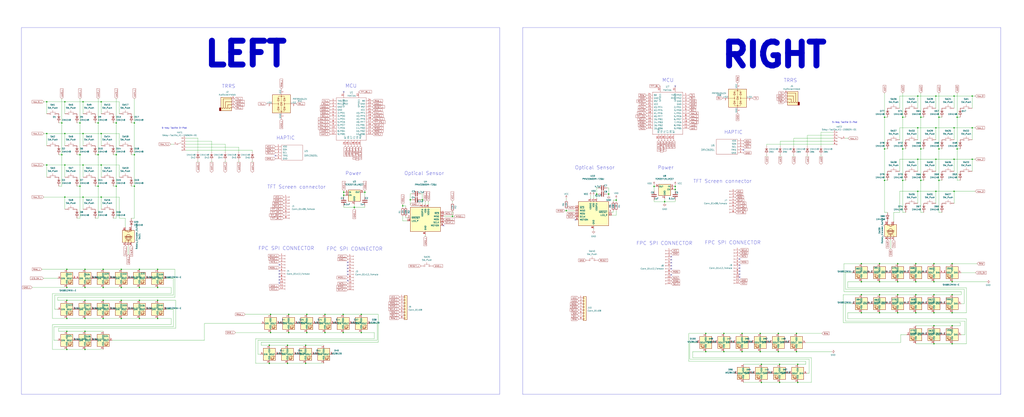
<source format=kicad_sch>
(kicad_sch (version 20230121) (generator eeschema)
  (paper "User" 859.993 350.012)
  (junction (at 786.003 107.315))
  (junction (at 54.483 112.141))
  (junction (at 51.943 103.251))
  (junction (at 257.683 264.033))
  (junction (at 71.374 278.257))
  (junction (at 784.352 288.671))
  (junction (at 501.015 162.941))
  (junction (at 82.423 103.251))
  (junction (at 801.243 160.655))
  (junction (at 788.543 125.095))
  (junction (at 738.632 262.636))
  (junction (at 801.243 133.731))
  (junction (at 592.709 295.275))
  (junction (at 306.451 161.417))
  (junction (at 753.872 262.636))
  (junction (at 97.663 103.251))
  (junction (at 758.063 98.425))
  (junction (at 344.551 167.767))
  (junction (at 101.854 226.187))
  (junction (at 639.445 305.943))
  (junction (at 799.592 288.671))
  (junction (at 742.823 125.095))
  (junction (at 784.352 273.431))
  (junction (at 654.685 305.943))
  (junction (at 669.925 305.943))
  (junction (at 379.984 181.737))
  (junction (at 51.943 129.921))
  (junction (at 69.723 85.471))
  (junction (at 112.903 129.921))
  (junction (at 67.183 156.337))
  (junction (at 799.592 221.361))
  (junction (at 638.429 280.035))
  (junction (at 56.134 241.427))
  (junction (at 86.614 267.462))
  (junction (at 801.243 80.645))
  (junction (at 71.374 226.187))
  (junction (at 769.112 221.361))
  (junction (at 638.429 295.275))
  (junction (at 799.592 273.431))
  (junction (at 303.403 279.273))
  (junction (at 742.823 98.425))
  (junction (at 788.543 98.425))
  (junction (at 56.134 226.187))
  (junction (at 82.423 129.921))
  (junction (at 97.663 156.337))
  (junction (at 738.632 247.396))
  (junction (at 241.427 289.941))
  (junction (at 653.669 295.275))
  (junction (at 567.055 159.131))
  (junction (at 738.632 236.601))
  (junction (at 56.134 278.257))
  (junction (at 475.615 176.911))
  (junction (at 69.723 138.557))
  (junction (at 786.003 80.645))
  (junction (at 112.903 156.337))
  (junction (at 623.189 280.035))
  (junction (at 769.112 247.396))
  (junction (at 788.543 151.511))
  (junction (at 801.243 107.315))
  (junction (at 297.561 174.117))
  (junction (at 653.669 280.035))
  (junction (at 592.709 280.035))
  (junction (at 84.963 112.141))
  (junction (at 288.163 264.033))
  (junction (at 101.854 267.462))
  (junction (at 256.667 305.181))
  (junction (at 303.403 264.033))
  (junction (at 669.925 321.183))
  (junction (at 623.189 295.275))
  (junction (at 97.663 129.921))
  (junction (at 56.134 267.462))
  (junction (at 84.963 138.557))
  (junction (at 770.763 133.731))
  (junction (at 288.671 161.417))
  (junction (at 773.303 125.095))
  (junction (at 784.352 221.361))
  (junction (at 101.854 241.427))
  (junction (at 71.374 293.497))
  (junction (at 338.201 172.847))
  (junction (at 39.243 85.471))
  (junction (at 769.112 236.601))
  (junction (at 71.374 267.462))
  (junction (at 723.392 236.601))
  (junction (at 738.632 221.361))
  (junction (at 753.872 247.396))
  (junction (at 549.275 156.591))
  (junction (at 67.183 103.251))
  (junction (at 226.187 289.941))
  (junction (at 558.165 169.291))
  (junction (at 786.003 133.731))
  (junction (at 272.923 264.033))
  (junction (at 69.723 165.481))
  (junction (at 272.923 279.273))
  (junction (at 723.392 247.396))
  (junction (at 54.483 165.481))
  (junction (at 816.483 80.645))
  (junction (at 84.963 165.481))
  (junction (at 786.003 160.655))
  (junction (at 257.683 279.273))
  (junction (at 668.909 280.035))
  (junction (at 723.392 262.636))
  (junction (at 39.243 112.141))
  (junction (at 71.374 241.427))
  (junction (at 816.483 107.315))
  (junction (at 784.352 247.396))
  (junction (at 132.334 267.462))
  (junction (at 112.903 103.251))
  (junction (at 256.667 289.941))
  (junction (at 86.614 241.427))
  (junction (at 769.112 262.636))
  (junction (at 54.483 138.557))
  (junction (at 227.203 264.033))
  (junction (at 354.711 167.767))
  (junction (at 517.525 168.021))
  (junction (at 56.134 293.497))
  (junction (at 799.592 236.601))
  (junction (at 241.427 305.181))
  (junction (at 607.949 295.275))
  (junction (at 117.094 252.222))
  (junction (at 816.483 133.731))
  (junction (at 803.783 125.095))
  (junction (at 132.334 241.427))
  (junction (at 639.445 321.183))
  (junction (at 71.374 252.222))
  (junction (at 770.763 160.655))
  (junction (at 799.592 262.636))
  (junction (at 117.094 241.427))
  (junction (at 86.614 252.222))
  (junction (at 242.443 279.273))
  (junction (at 654.685 321.183))
  (junction (at 86.614 226.187))
  (junction (at 132.334 252.222))
  (junction (at 753.872 236.601))
  (junction (at 723.392 221.361))
  (junction (at 784.352 262.636))
  (junction (at 753.872 221.361))
  (junction (at 82.423 156.337))
  (junction (at 288.671 163.957))
  (junction (at 773.303 98.425))
  (junction (at 84.963 85.471))
  (junction (at 117.094 267.462))
  (junction (at 227.203 279.273))
  (junction (at 770.763 107.315))
  (junction (at 770.763 80.645))
  (junction (at 799.592 247.396))
  (junction (at 607.949 280.035))
  (junction (at 117.094 226.187))
  (junction (at 758.063 125.095))
  (junction (at 101.854 252.222))
  (junction (at 784.352 236.601))
  (junction (at 288.163 279.273))
  (junction (at 242.443 264.033))
  (junction (at 803.783 98.425))
  (junction (at 668.909 295.275))
  (junction (at 56.134 252.222))
  (junction (at 226.187 305.181))
  (junction (at 54.483 85.471))
  (junction (at 773.303 151.511))
  (junction (at 567.055 156.591))
  (junction (at 67.183 129.921))
  (junction (at 511.175 162.941))
  (junction (at 39.243 138.557))
  (junction (at 742.823 151.511))
  (junction (at 132.334 226.187))
  (junction (at 69.723 112.141))
  (junction (at 758.063 151.511))
  (no_connect (at 567.055 72.263))
  (no_connect (at 563.753 218.059))
  (no_connect (at 563.753 215.519))
  (no_connect (at 621.157 227.711))
  (no_connect (at 291.973 220.345))
  (no_connect (at 291.973 225.425))
  (no_connect (at 621.157 217.551))
  (no_connect (at 234.569 232.537))
  (no_connect (at 291.973 222.885))
  (no_connect (at 234.569 229.997))
  (no_connect (at 563.753 223.139))
  (no_connect (at 563.753 225.679))
  (no_connect (at 372.491 189.357))
  (no_connect (at 291.973 235.585))
  (no_connect (at 563.753 230.759))
  (no_connect (at 291.973 227.965))
  (no_connect (at 234.569 235.077))
  (no_connect (at 291.973 230.505))
  (no_connect (at 483.235 184.531))
  (no_connect (at 231.267 130.683))
  (no_connect (at 234.569 227.457))
  (no_connect (at 621.157 232.791))
  (no_connect (at 621.157 225.171))
  (no_connect (at 234.569 222.377))
  (no_connect (at 288.671 77.089))
  (no_connect (at 624.459 125.857))
  (no_connect (at 621.157 230.251))
  (no_connect (at 234.569 237.617))
  (no_connect (at 563.753 220.599))
  (no_connect (at 621.157 222.631))
  (wire (pts (xy 668.909 295.275) (xy 653.669 295.275)))
  (wire (pts (xy 578.485 280.035) (xy 578.485 303.53)))
  (wire (pts (xy 132.334 252.222) (xy 147.574 252.222)))
  (wire (pts (xy 655.193 118.745) (xy 655.193 122.555)))
  (wire (pts (xy 769.112 236.601) (xy 753.872 236.601)))
  (wire (pts (xy 801.243 133.731) (xy 786.003 133.731)))
  (wire (pts (xy 36.703 138.557) (xy 39.243 138.557)))
  (wire (pts (xy 567.055 155.321) (xy 567.055 156.591)))
  (wire (pts (xy 51.943 129.921) (xy 51.943 103.251)))
  (wire (pts (xy 54.483 138.557) (xy 69.723 138.557)))
  (wire (pts (xy 39.243 112.141) (xy 54.483 112.141)))
  (wire (pts (xy 786.003 80.645) (xy 786.003 90.805)))
  (wire (pts (xy 51.943 103.251) (xy 49.403 103.251)))
  (wire (pts (xy 69.723 165.481) (xy 69.723 175.641)))
  (wire (pts (xy 69.723 138.557) (xy 84.963 138.557)))
  (wire (pts (xy 112.903 156.337) (xy 110.363 156.337)))
  (wire (pts (xy 226.187 305.181) (xy 241.427 305.181)))
  (wire (pts (xy 678.053 130.175) (xy 678.053 131.445)))
  (wire (pts (xy 770.763 133.731) (xy 770.763 143.891)))
  (wire (pts (xy 679.45 313.563) (xy 677.545 313.563)))
  (wire (pts (xy 801.243 133.731) (xy 801.243 143.891)))
  (wire (pts (xy 710.057 269.621) (xy 810.387 269.621)))
  (wire (pts (xy 56.134 241.427) (xy 71.374 241.427)))
  (wire (pts (xy 303.403 264.033) (xy 317.627 264.033)))
  (wire (pts (xy 146.939 226.187) (xy 146.939 249.682)))
  (wire (pts (xy 581.66 295.275) (xy 581.66 300.355)))
  (wire (pts (xy 306.451 161.417) (xy 306.451 165.227)))
  (wire (pts (xy 67.183 82.931) (xy 67.183 103.251)))
  (wire (pts (xy 143.764 241.427) (xy 143.764 246.507)))
  (wire (pts (xy 288.671 163.957) (xy 288.671 161.417)))
  (wire (pts (xy 558.165 166.751) (xy 558.165 169.291)))
  (wire (pts (xy 48.514 252.222) (xy 56.134 252.222)))
  (wire (pts (xy 775.843 178.435) (xy 773.303 178.435)))
  (wire (pts (xy 219.329 289.941) (xy 226.187 289.941)))
  (wire (pts (xy 679.45 301.625) (xy 679.45 313.563)))
  (wire (pts (xy 639.445 305.943) (xy 624.205 305.943)))
  (wire (pts (xy 708.152 247.396) (xy 708.152 270.891)))
  (wire (pts (xy 54.483 165.481) (xy 69.723 165.481)))
  (wire (pts (xy 69.723 112.141) (xy 69.723 122.301)))
  (wire (pts (xy 801.243 170.815) (xy 801.243 160.655)))
  (wire (pts (xy 288.671 161.417) (xy 289.941 161.417)))
  (wire (pts (xy 819.023 133.731) (xy 816.483 133.731)))
  (wire (pts (xy 257.683 264.033) (xy 272.923 264.033)))
  (wire (pts (xy 94.234 285.877) (xy 171.704 285.877)))
  (wire (pts (xy 226.187 289.941) (xy 241.427 289.941)))
  (wire (pts (xy 747.903 208.915) (xy 747.903 201.295)))
  (wire (pts (xy 758.063 125.095) (xy 760.603 125.095)))
  (wire (pts (xy 316.738 285.623) (xy 216.662 285.623)))
  (wire (pts (xy 35.179 226.187) (xy 56.134 226.187)))
  (wire (pts (xy 71.374 278.257) (xy 86.614 278.257)))
  (wire (pts (xy 64.643 183.261) (xy 67.183 183.261)))
  (wire (pts (xy 110.363 183.261) (xy 112.903 183.261)))
  (wire (pts (xy 755.523 133.731) (xy 755.523 143.891)))
  (wire (pts (xy 799.592 221.361) (xy 784.352 221.361)))
  (wire (pts (xy 338.201 185.547) (xy 342.011 185.547)))
  (wire (pts (xy 354.711 167.767) (xy 354.711 171.577)))
  (wire (pts (xy 272.923 264.033) (xy 288.163 264.033)))
  (wire (pts (xy 189.103 121.031) (xy 189.103 127.381)))
  (wire (pts (xy 82.423 129.921) (xy 82.423 156.337)))
  (wire (pts (xy 738.632 236.601) (xy 723.392 236.601)))
  (wire (pts (xy 811.657 241.681) (xy 811.657 262.636)))
  (wire (pts (xy 786.003 107.315) (xy 786.003 117.475)))
  (wire (pts (xy 769.112 221.361) (xy 753.872 221.361)))
  (wire (pts (xy 655.193 130.175) (xy 655.193 131.445)))
  (wire (pts (xy 710.057 228.981) (xy 710.057 242.951)))
  (wire (pts (xy 770.763 160.655) (xy 755.523 160.655)))
  (wire (pts (xy 117.094 252.222) (xy 132.334 252.222)))
  (wire (pts (xy 699.643 118.745) (xy 655.193 118.745)))
  (wire (pts (xy 517.525 180.721) (xy 517.525 176.911)))
  (wire (pts (xy 816.483 117.475) (xy 816.483 107.315)))
  (wire (pts (xy 216.662 297.561) (xy 218.567 297.561)))
  (wire (pts (xy 84.963 85.471) (xy 84.963 95.631)))
  (wire (pts (xy 82.423 129.921) (xy 82.423 103.251)))
  (wire (pts (xy 761.492 281.051) (xy 756.412 281.051)))
  (wire (pts (xy 689.483 130.175) (xy 689.483 131.445)))
  (wire (pts (xy 45.339 285.877) (xy 48.514 285.877)))
  (wire (pts (xy 177.673 135.001) (xy 177.673 136.271)))
  (wire (pts (xy 769.112 247.396) (xy 753.872 247.396)))
  (wire (pts (xy 214.63 305.181) (xy 226.187 305.181)))
  (wire (pts (xy 56.134 293.497) (xy 71.374 293.497)))
  (wire (pts (xy 82.423 129.921) (xy 79.883 129.921)))
  (wire (pts (xy 357.251 198.247) (xy 357.251 196.977)))
  (wire (pts (xy 340.741 174.117) (xy 340.741 172.847)))
  (wire (pts (xy 147.574 275.717) (xy 49.149 275.717)))
  (wire (pts (xy 49.403 156.337) (xy 51.943 156.337)))
  (wire (pts (xy 806.577 270.891) (xy 806.577 273.431)))
  (wire (pts (xy 86.614 226.187) (xy 101.854 226.187)))
  (wire (pts (xy 786.003 160.655) (xy 786.003 170.815)))
  (wire (pts (xy 592.709 280.035) (xy 578.485 280.035)))
  (wire (pts (xy 710.057 255.016) (xy 710.057 269.621)))
  (wire (pts (xy 668.909 280.035) (xy 653.669 280.035)))
  (wire (pts (xy 54.483 85.471) (xy 54.483 95.631)))
  (wire (pts (xy 517.525 168.021) (xy 517.525 169.291)))
  (wire (pts (xy 200.533 123.571) (xy 200.533 127.381)))
  (wire (pts (xy 501.015 162.941) (xy 502.285 162.941)))
  (wire (pts (xy 788.543 98.425) (xy 788.543 125.095)))
  (wire (pts (xy 711.962 267.716) (xy 811.657 267.716)))
  (wire (pts (xy 803.783 125.095) (xy 806.323 125.095)))
  (wire (pts (xy 306.451 174.117) (xy 297.561 174.117)))
  (wire (pts (xy 67.183 103.251) (xy 67.183 129.921)))
  (wire (pts (xy 317.627 287.528) (xy 219.329 287.528)))
  (wire (pts (xy 71.374 252.222) (xy 86.614 252.222)))
  (wire (pts (xy 312.801 84.709) (xy 313.055 84.709)))
  (wire (pts (xy 681.482 321.183) (xy 669.925 321.183)))
  (wire (pts (xy 799.592 247.396) (xy 784.352 247.396)))
  (wire (pts (xy 784.352 288.671) (xy 769.112 288.671)))
  (wire (pts (xy 112.903 129.921) (xy 112.903 156.337)))
  (wire (pts (xy 39.243 138.557) (xy 39.243 148.717)))
  (wire (pts (xy 345.821 162.687) (xy 344.551 162.687)))
  (wire (pts (xy 132.334 241.427) (xy 143.764 241.427)))
  (wire (pts (xy 579.374 301.625) (xy 679.45 301.625)))
  (wire (pts (xy 219.329 287.528) (xy 219.329 289.941)))
  (wire (pts (xy 156.083 118.491) (xy 177.673 118.491)))
  (wire (pts (xy 801.243 107.315) (xy 786.003 107.315)))
  (wire (pts (xy 723.392 221.361) (xy 708.787 221.361)))
  (wire (pts (xy 542.925 79.883) (xy 542.671 79.883)))
  (wire (pts (xy 809.752 255.016) (xy 807.212 255.016)))
  (wire (pts (xy 69.723 85.471) (xy 69.723 95.631)))
  (wire (pts (xy 48.514 249.682) (xy 48.514 252.222)))
  (wire (pts (xy 495.935 164.211) (xy 495.935 166.751)))
  (wire (pts (xy 788.543 78.105) (xy 788.543 98.425)))
  (wire (pts (xy 67.183 156.337) (xy 67.183 183.261)))
  (wire (pts (xy 803.783 125.095) (xy 803.783 151.511)))
  (wire (pts (xy 578.485 303.53) (xy 676.783 303.53)))
  (wire (pts (xy 803.783 125.095) (xy 803.783 98.425)))
  (wire (pts (xy 770.763 107.315) (xy 770.763 117.475)))
  (wire (pts (xy 773.303 125.095) (xy 773.303 98.425)))
  (wire (pts (xy 498.475 164.211) (xy 498.475 166.751)))
  (wire (pts (xy 653.669 280.035) (xy 638.429 280.035)))
  (wire (pts (xy 699.643 121.285) (xy 643.763 121.285)))
  (wire (pts (xy 84.963 85.471) (xy 100.203 85.471)))
  (wire (pts (xy 171.704 285.877) (xy 171.704 271.653)))
  (wire (pts (xy 344.551 167.767) (xy 344.551 162.687)))
  (wire (pts (xy 786.003 133.731) (xy 786.003 143.891)))
  (wire (pts (xy 654.685 305.943) (xy 639.445 305.943)))
  (wire (pts (xy 511.175 162.941) (xy 511.175 157.861)))
  (wire (pts (xy 45.974 247.777) (xy 45.974 259.842)))
  (wire (pts (xy 345.821 167.767) (xy 344.551 167.767)))
  (wire (pts (xy 699.643 116.205) (xy 666.623 116.205)))
  (wire (pts (xy 511.175 164.211) (xy 511.175 162.941)))
  (wire (pts (xy 95.123 183.261) (xy 97.663 183.261)))
  (wire (pts (xy 753.872 247.396) (xy 738.632 247.396)))
  (wire (pts (xy 708.787 221.361) (xy 708.787 244.856)))
  (wire (pts (xy 514.985 178.181) (xy 514.985 176.911)))
  (wire (pts (xy 110.363 103.251) (xy 112.903 103.251)))
  (wire (pts (xy 145.669 247.777) (xy 45.974 247.777)))
  (wire (pts (xy 145.669 233.807) (xy 145.669 247.777)))
  (wire (pts (xy 359.791 169.037) (xy 359.791 171.577)))
  (wire (pts (xy 738.632 262.636) (xy 723.392 262.636)))
  (wire (pts (xy 143.764 246.507) (xy 44.069 246.507)))
  (wire (pts (xy 84.963 138.557) (xy 84.963 148.717)))
  (wire (pts (xy 758.063 125.095) (xy 758.063 151.511)))
  (wire (pts (xy 643.763 130.175) (xy 643.763 131.445)))
  (wire (pts (xy 354.711 167.767) (xy 353.441 167.767)))
  (wire (pts (xy 549.275 169.291) (xy 558.165 169.291)))
  (wire (pts (xy 256.667 289.941) (xy 271.907 289.941)))
  (wire (pts (xy 638.429 280.035) (xy 623.189 280.035)))
  (wire (pts (xy 372.491 181.737) (xy 379.984 181.737)))
  (wire (pts (xy 803.783 78.105) (xy 803.783 98.425)))
  (wire (pts (xy 342.011 183.007) (xy 340.741 183.007)))
  (wire (pts (xy 475.615 166.751) (xy 475.615 168.021)))
  (wire (pts (xy 775.843 151.511) (xy 773.303 151.511)))
  (wire (pts (xy 786.003 107.315) (xy 770.763 107.315)))
  (wire (pts (xy 139.954 233.807) (xy 145.669 233.807)))
  (wire (pts (xy 807.212 244.856) (xy 807.212 247.396)))
  (wire (pts (xy 132.334 226.187) (xy 146.939 226.187)))
  (wire (pts (xy 354.711 167.767) (xy 354.711 162.687)))
  (wire (pts (xy 54.483 138.557) (xy 54.483 148.717)))
  (wire (pts (xy 205.867 264.033) (xy 227.203 264.033)))
  (wire (pts (xy 145.669 274.447) (xy 45.339 274.447)))
  (wire (pts (xy 773.303 78.105) (xy 773.303 98.425)))
  (wire (pts (xy 200.533 135.001) (xy 200.533 136.271)))
  (wire (pts (xy 784.352 247.396) (xy 769.112 247.396)))
  (wire (pts (xy 819.023 80.645) (xy 816.483 80.645)))
  (wire (pts (xy 36.703 112.141) (xy 39.243 112.141)))
  (wire (pts (xy 579.374 287.655) (xy 579.374 301.625)))
  (wire (pts (xy 738.632 221.361) (xy 723.392 221.361)))
  (wire (pts (xy 117.094 226.187) (xy 132.334 226.187)))
  (wire (pts (xy 799.592 262.636) (xy 784.352 262.636)))
  (wire (pts (xy 723.392 236.601) (xy 711.962 236.601)))
  (wire (pts (xy 699.643 111.125) (xy 689.483 111.125)))
  (wire (pts (xy 501.015 162.941) (xy 501.015 157.861)))
  (wire (pts (xy 567.055 168.021) (xy 567.055 169.291)))
  (wire (pts (xy 112.903 82.931) (xy 112.903 103.251)))
  (wire (pts (xy 216.662 285.623) (xy 216.662 297.561)))
  (wire (pts (xy 340.741 183.007) (xy 340.741 181.737)))
  (wire (pts (xy 676.783 305.943) (xy 669.925 305.943)))
  (wire (pts (xy 742.823 151.511) (xy 742.823 178.435)))
  (wire (pts (xy 742.823 151.511) (xy 745.363 151.511)))
  (wire (pts (xy 786.003 133.731) (xy 770.763 133.731)))
  (wire (pts (xy 132.334 267.462) (xy 143.764 267.462)))
  (wire (pts (xy 256.667 305.181) (xy 271.907 305.181)))
  (wire (pts (xy 585.089 287.655) (xy 579.374 287.655)))
  (wire (pts (xy 816.483 107.315) (xy 801.243 107.315)))
  (wire (pts (xy 819.277 228.981) (xy 807.212 228.981)))
  (wire (pts (xy 344.424 171.704) (xy 344.424 167.767)))
  (wire (pts (xy 101.854 267.462) (xy 117.094 267.462)))
  (wire (pts (xy 156.083 115.951) (xy 166.243 115.951)))
  (wire (pts (xy 784.352 273.431) (xy 769.112 273.431)))
  (wire (pts (xy 745.363 98.425) (xy 742.823 98.425)))
  (wire (pts (xy 56.134 278.257) (xy 71.374 278.257)))
  (wire (pts (xy 100.203 183.261) (xy 105.283 183.261)))
  (wire (pts (xy 711.962 241.681) (xy 811.657 241.681)))
  (wire (pts (xy 54.483 175.641) (xy 54.483 165.481)))
  (wire (pts (xy 44.069 272.542) (xy 44.069 293.497)))
  (wire (pts (xy 79.883 156.337) (xy 82.423 156.337)))
  (wire (pts (xy 316.738 271.653) (xy 316.738 285.623)))
  (wire (pts (xy 819.023 160.655) (xy 801.243 160.655)))
  (wire (pts (xy 690.245 280.035) (xy 668.909 280.035)))
  (wire (pts (xy 799.592 273.431) (xy 784.352 273.431)))
  (wire (pts (xy 810.387 269.621) (xy 810.387 281.051)))
  (wire (pts (xy 297.561 174.117) (xy 297.561 175.387)))
  (wire (pts (xy 288.671 174.117) (xy 297.561 174.117)))
  (wire (pts (xy 305.181 161.417) (xy 306.451 161.417)))
  (wire (pts (xy 715.772 228.981) (xy 710.057 228.981)))
  (wire (pts (xy 288.671 172.847) (xy 288.671 174.117)))
  (wire (pts (xy 344.424 167.767) (xy 344.551 167.767)))
  (wire (pts (xy 666.623 130.175) (xy 666.623 131.445)))
  (wire (pts (xy 784.352 236.601) (xy 769.112 236.601)))
  (wire (pts (xy 288.163 264.033) (xy 303.403 264.033)))
  (wire (pts (xy 107.823 213.741) (xy 107.823 206.121)))
  (wire (pts (xy 770.763 80.645) (xy 755.523 80.645)))
  (wire (pts (xy 306.451 172.847) (xy 306.451 174.117)))
  (wire (pts (xy 567.055 159.131) (xy 567.055 156.591)))
  (wire (pts (xy 49.149 278.257) (xy 56.134 278.257)))
  (wire (pts (xy 45.974 259.842) (xy 48.514 259.842)))
  (wire (pts (xy 64.643 103.251) (xy 67.183 103.251)))
  (wire (pts (xy 36.449 233.807) (xy 48.514 233.807)))
  (wire (pts (xy 784.352 262.636) (xy 769.112 262.636)))
  (wire (pts (xy 791.083 98.425) (xy 788.543 98.425)))
  (wire (pts (xy 742.823 98.425) (xy 742.823 125.095)))
  (wire (pts (xy 811.657 267.716) (xy 811.657 288.671)))
  (wire (pts (xy 699.643 113.665) (xy 678.053 113.665)))
  (wire (pts (xy 758.063 98.425) (xy 760.603 98.425)))
  (wire (pts (xy 317.627 264.033) (xy 317.627 287.528)))
  (wire (pts (xy 816.483 80.645) (xy 816.483 90.805)))
  (wire (pts (xy 156.083 123.571) (xy 200.533 123.571)))
  (wire (pts (xy 69.723 165.481) (xy 84.963 165.481)))
  (wire (pts (xy 756.412 287.655) (xy 676.529 287.655)))
  (wire (pts (xy 801.243 80.645) (xy 786.003 80.645)))
  (wire (pts (xy 755.523 160.655) (xy 755.523 178.435)))
  (wire (pts (xy 257.683 279.273) (xy 272.923 279.273)))
  (wire (pts (xy 67.183 156.337) (xy 64.643 156.337)))
  (wire (pts (xy 338.201 172.847) (xy 338.201 174.117)))
  (wire (pts (xy 755.523 178.435) (xy 750.443 178.435)))
  (wire (pts (xy 816.483 133.731) (xy 816.483 143.891)))
  (wire (pts (xy 816.483 133.731) (xy 801.243 133.731)))
  (wire (pts (xy 475.615 176.911) (xy 474.345 176.911)))
  (wire (pts (xy 567.055 160.401) (xy 567.055 159.131)))
  (wire (pts (xy 509.905 157.861) (xy 511.175 157.861)))
  (wire (pts (xy 112.903 156.337) (xy 112.903 183.261)))
  (wire (pts (xy 51.943 82.931) (xy 51.943 103.251)))
  (wire (pts (xy 711.962 262.636) (xy 711.962 267.716)))
  (wire (pts (xy 303.403 279.273) (xy 314.452 279.273)))
  (wire (pts (xy 69.723 138.557) (xy 69.723 148.717)))
  (wire (pts (xy 801.243 160.655) (xy 786.003 160.655)))
  (wire (pts (xy 84.963 165.481) (xy 84.963 175.641)))
  (wire (pts (xy 828.675 236.601) (xy 799.592 236.601)))
  (wire (pts (xy 770.763 107.315) (xy 755.523 107.315)))
  (wire (pts (xy 791.083 178.435) (xy 788.543 178.435)))
  (wire (pts (xy 498.475 193.421) (xy 498.475 192.151)))
  (wire (pts (xy 689.483 111.125) (xy 689.483 122.555)))
  (wire (pts (xy 100.203 85.471) (xy 100.203 95.631)))
  (wire (pts (xy 189.103 135.001) (xy 189.103 136.271)))
  (wire (pts (xy 97.663 129.921) (xy 97.663 156.337)))
  (wire (pts (xy 379.984 181.737) (xy 379.984 177.8)))
  (wire (pts (xy 49.149 275.717) (xy 49.149 278.257)))
  (wire (pts (xy 314.452 284.353) (xy 214.63 284.353)))
  (wire (pts (xy 811.657 262.636) (xy 799.592 262.636)))
  (wire (pts (xy 709.803 116.205) (xy 712.343 116.205)))
  (wire (pts (xy 799.592 236.601) (xy 784.352 236.601)))
  (wire (pts (xy 379.984 181.737) (xy 381.381 181.737)))
  (wire (pts (xy 71.374 241.427) (xy 86.614 241.427)))
  (wire (pts (xy 97.663 156.337) (xy 97.663 183.261)))
  (wire (pts (xy 86.614 267.462) (xy 101.854 267.462)))
  (wire (pts (xy 760.603 178.435) (xy 758.063 178.435)))
  (wire (pts (xy 227.203 264.033) (xy 242.443 264.033)))
  (wire (pts (xy 288.163 279.273) (xy 303.403 279.273)))
  (wire (pts (xy 639.445 321.183) (xy 624.205 321.183)))
  (wire (pts (xy 742.823 78.105) (xy 742.823 98.425)))
  (wire (pts (xy 654.685 321.183) (xy 639.445 321.183)))
  (wire (pts (xy 678.053 113.665) (xy 678.053 122.555)))
  (wire (pts (xy 354.711 162.687) (xy 353.441 162.687)))
  (wire (pts (xy 550.545 156.591) (xy 549.275 156.591)))
  (wire (pts (xy 101.854 252.222) (xy 117.094 252.222)))
  (wire (pts (xy 607.949 280.035) (xy 592.709 280.035)))
  (wire (pts (xy 803.783 98.425) (xy 806.323 98.425)))
  (wire (pts (xy 242.443 279.273) (xy 257.683 279.273)))
  (wire (pts (xy 809.752 242.951) (xy 809.752 255.016)))
  (wire (pts (xy 82.423 103.251) (xy 79.883 103.251)))
  (wire (pts (xy 97.663 103.251) (xy 95.123 103.251)))
  (wire (pts (xy 379.984 168.91) (xy 379.984 170.18)))
  (wire (pts (xy 784.352 221.361) (xy 769.112 221.361)))
  (wire (pts (xy 755.523 107.315) (xy 755.523 117.475)))
  (wire (pts (xy 681.482 300.355) (xy 681.482 321.183)))
  (wire (pts (xy 643.763 121.285) (xy 643.763 122.555)))
  (wire (pts (xy 306.451 160.147) (xy 306.451 161.417)))
  (wire (pts (xy 514.985 169.291) (xy 514.985 168.021)))
  (wire (pts (xy 623.189 295.275) (xy 607.949 295.275)))
  (wire (pts (xy 770.763 160.655) (xy 770.763 170.815)))
  (wire (pts (xy 770.763 80.645) (xy 770.763 90.805)))
  (wire (pts (xy 742.823 125.095) (xy 745.363 125.095)))
  (wire (pts (xy 84.963 112.141) (xy 100.203 112.141)))
  (wire (pts (xy 97.663 129.921) (xy 95.123 129.921)))
  (wire (pts (xy 758.063 151.511) (xy 758.063 178.435)))
  (wire (pts (xy 357.251 169.037) (xy 357.251 171.577)))
  (wire (pts (xy 44.069 267.462) (xy 56.134 267.462)))
  (wire (pts (xy 773.303 125.095) (xy 773.303 151.511)))
  (wire (pts (xy 166.243 135.001) (xy 166.243 136.271)))
  (wire (pts (xy 101.854 226.187) (xy 117.094 226.187)))
  (wire (pts (xy 71.374 226.187) (xy 86.614 226.187)))
  (wire (pts (xy 788.543 151.511) (xy 791.083 151.511)))
  (wire (pts (xy 820.547 221.361) (xy 799.592 221.361)))
  (wire (pts (xy 773.303 151.511) (xy 773.303 178.435)))
  (wire (pts (xy 475.615 176.911) (xy 475.615 175.641)))
  (wire (pts (xy 82.423 82.931) (xy 82.423 103.251)))
  (wire (pts (xy 156.083 121.031) (xy 189.103 121.031)))
  (wire (pts (xy 101.854 241.427) (xy 117.094 241.427)))
  (wire (pts (xy 723.392 247.396) (xy 708.152 247.396)))
  (wire (pts (xy 676.783 303.53) (xy 676.783 305.943)))
  (wire (pts (xy 513.715 178.181) (xy 514.985 178.181)))
  (wire (pts (xy 738.632 247.396) (xy 723.392 247.396)))
  (wire (pts (xy 289.941 163.957) (xy 288.671 163.957)))
  (wire (pts (xy 816.483 80.645) (xy 801.243 80.645)))
  (wire (pts (xy 549.275 155.321) (xy 549.275 156.591)))
  (wire (pts (xy 112.903 129.921) (xy 110.363 129.921)))
  (wire (pts (xy 97.663 82.931) (xy 97.663 103.251)))
  (wire (pts (xy 214.63 284.353) (xy 214.63 305.181)))
  (wire (pts (xy 51.943 129.921) (xy 51.943 156.337)))
  (wire (pts (xy 592.709 295.275) (xy 581.66 295.275)))
  (wire (pts (xy 241.427 305.181) (xy 256.667 305.181)))
  (wire (pts (xy 517.525 166.751) (xy 517.525 168.021)))
  (wire (pts (xy 112.903 103.251) (xy 112.903 129.921)))
  (wire (pts (xy 723.392 262.636) (xy 711.962 262.636)))
  (wire (pts (xy 211.963 126.111) (xy 211.963 127.381)))
  (wire (pts (xy 242.443 264.033) (xy 257.683 264.033)))
  (wire (pts (xy 54.483 85.471) (xy 69.723 85.471)))
  (wire (pts (xy 755.523 80.645) (xy 755.523 90.805)))
  (wire (pts (xy 56.134 252.222) (xy 71.374 252.222)))
  (wire (pts (xy 669.925 305.943) (xy 654.685 305.943)))
  (wire (pts (xy 745.363 178.435) (xy 742.823 178.435)))
  (wire (pts (xy 177.673 118.491) (xy 177.673 127.381)))
  (wire (pts (xy 143.764 267.462) (xy 143.764 272.542)))
  (wire (pts (xy 483.235 176.911) (xy 475.615 176.911)))
  (wire (pts (xy 753.872 262.636) (xy 738.632 262.636)))
  (wire (pts (xy 51.943 129.921) (xy 49.403 129.921)))
  (wire (pts (xy 653.669 295.275) (xy 638.429 295.275)))
  (wire (pts (xy 69.723 85.471) (xy 84.963 85.471)))
  (wire (pts (xy 54.483 112.141) (xy 54.483 122.301)))
  (wire (pts (xy 806.323 151.511) (xy 803.783 151.511)))
  (wire (pts (xy 288.671 160.147) (xy 288.671 161.417)))
  (wire (pts (xy 340.741 172.847) (xy 338.201 172.847)))
  (wire (pts (xy 117.094 267.462) (xy 132.334 267.462)))
  (wire (pts (xy 67.183 129.921) (xy 64.643 129.921)))
  (wire (pts (xy 810.387 281.051) (xy 807.212 281.051)))
  (wire (pts (xy 211.963 135.001) (xy 211.963 136.271)))
  (wire (pts (xy 67.183 129.921) (xy 67.183 156.337)))
  (wire (pts (xy 758.063 151.511) (xy 760.603 151.511)))
  (wire (pts (xy 549.275 168.021) (xy 549.275 169.291)))
  (wire (pts (xy 711.962 236.601) (xy 711.962 241.681)))
  (wire (pts (xy 770.763 133.731) (xy 755.523 133.731)))
  (wire (pts (xy 97.663 156.337) (xy 95.123 156.337)))
  (wire (pts (xy 84.963 112.141) (xy 84.963 122.301)))
  (wire (pts (xy 338.201 171.577) (xy 338.201 172.847)))
  (wire (pts (xy 171.704 271.653) (xy 219.583 271.653)))
  (wire (pts (xy 86.614 252.222) (xy 101.854 252.222)))
  (wire (pts (xy 742.823 125.095) (xy 742.823 151.511)))
  (wire (pts (xy 117.094 241.427) (xy 132.334 241.427)))
  (wire (pts (xy 36.703 165.481) (xy 54.483 165.481)))
  (wire (pts (xy 44.069 293.497) (xy 56.134 293.497)))
  (wire (pts (xy 769.112 262.636) (xy 753.872 262.636)))
  (wire (pts (xy 39.243 85.471) (xy 54.483 85.471)))
  (wire (pts (xy 297.561 171.577) (xy 297.561 174.117)))
  (wire (pts (xy 786.003 160.655) (xy 770.763 160.655)))
  (wire (pts (xy 71.374 293.497) (xy 86.614 293.497)))
  (wire (pts (xy 801.243 107.315) (xy 801.243 117.475)))
  (wire (pts (xy 145.669 259.842) (xy 145.669 274.447)))
  (wire (pts (xy 819.023 107.315) (xy 816.483 107.315)))
  (wire (pts (xy 801.243 80.645) (xy 801.243 90.805)))
  (wire (pts (xy 146.939 249.682) (xy 48.514 249.682)))
  (wire (pts (xy 756.412 281.051) (xy 756.412 287.655)))
  (wire (pts (xy 710.057 242.951) (xy 809.752 242.951)))
  (wire (pts (xy 39.243 85.471) (xy 39.243 95.631)))
  (wire (pts (xy 79.883 183.261) (xy 82.423 183.261)))
  (wire (pts (xy 145.923 121.031) (xy 143.383 121.031)))
  (wire (pts (xy 105.283 183.261) (xy 105.283 190.881)))
  (wire (pts (xy 501.015 157.861) (xy 502.285 157.861)))
  (wire (pts (xy 84.963 138.557) (xy 100.203 138.557)))
  (wire (pts (xy 27.051 241.427) (xy 56.134 241.427)))
  (wire (pts (xy 607.949 295.275) (xy 592.709 295.275)))
  (wire (pts (xy 753.872 221.361) (xy 738.632 221.361)))
  (wire (pts (xy 698.373 295.275) (xy 668.909 295.275)))
  (wire (pts (xy 97.663 129.921) (xy 97.663 103.251)))
  (wire (pts (xy 143.764 272.542) (xy 44.069 272.542)))
  (wire (pts (xy 84.963 165.481) (xy 100.203 165.481)))
  (wire (pts (xy 708.787 244.856) (xy 807.212 244.856)))
  (wire (pts (xy 100.203 112.141) (xy 100.203 122.301)))
  (wire (pts (xy 509.905 162.941) (xy 511.175 162.941)))
  (wire (pts (xy 36.703 85.471) (xy 39.243 85.471)))
  (wire (pts (xy 750.443 178.435) (xy 750.443 186.055)))
  (wire (pts (xy 56.134 226.187) (xy 71.374 226.187)))
  (wire (pts (xy 567.055 169.291) (xy 558.165 169.291)))
  (wire (pts (xy 753.872 236.601) (xy 738.632 236.601)))
  (wire (pts (xy 708.152 270.891) (xy 806.577 270.891)))
  (wire (pts (xy 166.243 115.951) (xy 166.243 127.381)))
  (wire (pts (xy 517.525 180.721) (xy 513.715 180.721)))
  (wire (pts (xy 623.189 280.035) (xy 607.949 280.035)))
  (wire (pts (xy 311.023 271.653) (xy 316.738 271.653)))
  (wire (pts (xy 197.739 279.273) (xy 227.203 279.273)))
  (wire (pts (xy 45.339 274.447) (xy 45.339 285.877)))
  (wire (pts (xy 715.772 255.016) (xy 710.057 255.016)))
  (wire (pts (xy 338.201 185.547) (xy 338.201 181.737)))
  (wire (pts (xy 786.003 80.645) (xy 770.763 80.645)))
  (wire (pts (xy 811.657 288.671) (xy 799.592 288.671)))
  (wire (pts (xy 514.985 168.021) (xy 517.525 168.021)))
  (wire (pts (xy 807.212 247.396) (xy 799.592 247.396)))
  (wire (pts (xy 227.203 279.273) (xy 242.443 279.273)))
  (wire (pts (xy 565.785 159.131) (xy 567.055 159.131)))
  (wire (pts (xy 758.063 78.105) (xy 758.063 98.425)))
  (wire (pts (xy 69.723 112.141) (xy 84.963 112.141)))
  (wire (pts (xy 669.925 321.183) (xy 654.685 321.183)))
  (wire (pts (xy 39.243 122.301) (xy 39.243 112.141)))
  (wire (pts (xy 241.427 289.941) (xy 256.667 289.941)))
  (wire (pts (xy 773.303 125.095) (xy 775.843 125.095)))
  (wire (pts (xy 501.015 162.941) (xy 501.015 166.751)))
  (wire (pts (xy 788.543 151.511) (xy 788.543 178.435)))
  (wire (pts (xy 773.303 98.425) (xy 775.843 98.425)))
  (wire (pts (xy 567.055 156.591) (xy 565.785 156.591)))
  (wire (pts (xy 71.374 267.462) (xy 86.614 267.462)))
  (wire (pts (xy 272.923 279.273) (xy 288.163 279.273)))
  (wire (pts (xy 314.452 279.273) (xy 314.452 284.353)))
  (wire (pts (xy 39.243 138.557) (xy 54.483 138.557)))
  (wire (pts (xy 638.429 295.275) (xy 623.189 295.275)))
  (wire (pts (xy 799.592 288.671) (xy 784.352 288.671)))
  (wire (pts (xy 806.577 273.431) (xy 799.592 273.431)))
  (wire (pts (xy 100.203 138.557) (xy 100.203 148.717)))
  (wire (pts (xy 147.574 252.222) (xy 147.574 275.717)))
  (wire (pts (xy 788.543 125.095) (xy 788.543 151.511)))
  (wire (pts (xy 139.954 259.842) (xy 145.669 259.842)))
  (wire (pts (xy 44.069 246.507) (xy 44.069 267.462)))
  (wire (pts (xy 156.083 126.111) (xy 211.963 126.111)))
  (wire (pts (xy 288.671 165.227) (xy 288.671 163.957)))
  (wire (pts (xy 758.063 125.095) (xy 758.063 98.425)))
  (wire (pts (xy 56.134 267.462) (xy 71.374 267.462)))
  (wire (pts (xy 788.543 125.095) (xy 791.083 125.095)))
  (wire (pts (xy 54.483 112.141) (xy 69.723 112.141)))
  (wire (pts (xy 86.614 241.427) (xy 101.854 241.427)))
  (wire (pts (xy 549.275 156.591) (xy 549.275 160.401)))
  (wire (pts (xy 666.623 116.205) (xy 666.623 122.555)))
  (wire (pts (xy 581.66 300.355) (xy 681.482 300.355)))
  (wire (pts (xy 558.165 169.291) (xy 558.165 170.561)))
  (wire (pts (xy 82.423 156.337) (xy 82.423 183.261)))
  (wire (pts (xy 100.203 165.481) (xy 100.203 183.261)))
  (rectangle (start 438.912 23.114) (end 840.486 331.216))
  (rectangle (start 18.034 23.114) (end 419.608 331.216))
  (text "TRRS" (at 186.309 74.295 0) (effects (font (size 2.9972 2.9972)) (justify left bottom)))
  (text "TFT Screen connector" (at 224.409 158.877 0) (effects (font (size 2.9972 2.9972)) (justify left bottom)))
  (text "Optical Sensor" (at 516.255 142.621 0) (effects (font (size 2.9972 2.9972)) (justify right bottom)))
  (text "TFT Screen connector" (at 631.317 154.051 0) (effects (font (size 2.9972 2.9972)) (justify right bottom)))
  (text "MCU" (at 289.941 74.041 0) (effects (font (size 2.9972 2.9972)) (justify left bottom)))
  (text "HAPTIC" (at 623.697 112.903 0) (effects (font (size 2.9972 2.9972)) (justify right bottom)))
  (text "HAPTIC" (at 232.029 117.729 0) (effects (font (size 2.9972 2.9972)) (justify left bottom)))
  (text "5-Way Tactile D-Pad" (at 719.963 103.505 0) (effects (font (size 1.27 1.27)) (justify right bottom)))
  (text "5-Way Tactile D-Pad" (at 135.763 108.331 0) (effects (font (size 1.27 1.27)) (justify left bottom)))
  (text "TRRS" (at 669.417 69.469 0) (effects (font (size 2.9972 2.9972)) (justify right bottom)))
  (text "FPC SPI CONNECTOR\n" (at 638.937 205.613 0) (effects (font (size 2.9972 2.9972)) (justify right bottom)))
  (text "Optical Sensor" (at 339.471 147.447 0) (effects (font (size 2.9972 2.9972)) (justify left bottom)))
  (text "FPC SPI CONNECTOR\n" (at 274.193 210.947 0) (effects (font (size 2.9972 2.9972)) (justify left bottom)))
  (text "MCU" (at 565.785 69.215 0) (effects (font (size 2.9972 2.9972)) (justify right bottom)))
  (text "FPC SPI CONNECTOR\n" (at 581.533 206.121 0) (effects (font (size 2.9972 2.9972)) (justify right bottom)))
  (text "RIGHT" (at 604.266 57.912 0) (effects (font (size 20 20) (thickness 6) bold) (justify left bottom)))
  (text "Power" (at 289.941 147.447 0) (effects (font (size 2.9972 2.9972)) (justify left bottom)))
  (text "FPC SPI CONNECTOR\n" (at 216.789 210.439 0) (effects (font (size 2.9972 2.9972)) (justify left bottom)))
  (text "LEFT" (at 169.926 57.15 0) (effects (font (size 20 20) (thickness 6) bold) (justify left bottom)))
  (text "Power" (at 565.785 142.621 0) (effects (font (size 2.9972 2.9972)) (justify right bottom)))
  (global_label "GND_L" (shape input) (at 27.051 241.427 180) (property "Intersheetrefs" "${INTERSHEET_REFS}" (effects hide)))
  (global_label "GND_L" (shape input) (at 277.241 89.789 180) (property "Intersheetrefs" "${INTERSHEET_REFS}" (effects hide)))
  (global_label "RESET" (shape input) (at 542.925 84.963 180) (property "Intersheetrefs" "${INTERSHEET_REFS}" (effects hide)))
  (global_label "MISO" (shape input) (at 485.902 257.81 180) (property "Intersheetrefs" "${INTERSHEET_REFS}" (effects hide)))
  (global_label "col1_L" (shape output) (at 177.673 136.271 270) (property "Intersheetrefs" "${INTERSHEET_REFS}" (effects hide)))
  (global_label "SDA" (shape input) (at 485.902 262.89 180) (property "Intersheetrefs" "${INTERSHEET_REFS}" (effects hide)))
  (global_label "EncR_L" (shape input) (at 110.363 206.121 270) (property "Intersheetrefs" "${INTERSHEET_REFS}" (effects hide)))
  (global_label "MISO" (shape input) (at 621.157 212.471 0) (property "Intersheetrefs" "${INTERSHEET_REFS}" (effects hide)))
  (global_label "VCC" (shape input) (at 624.459 118.237 0) (property "Intersheetrefs" "${INTERSHEET_REFS}" (effects hide)))
  (global_label "row_4_L" (shape input) (at 143.383 121.031 180) (property "Intersheetrefs" "${INTERSHEET_REFS}" (effects hide)))
  (global_label "col4_L" (shape input) (at 112.903 82.931 90) (property "Intersheetrefs" "${INTERSHEET_REFS}" (effects hide)))
  (global_label "TFT_RST" (shape input) (at 555.625 117.983 270) (property "Intersheetrefs" "${INTERSHEET_REFS}" (effects hide)))
  (global_label "VCC_L" (shape input) (at 379.984 168.91 90) (property "Intersheetrefs" "${INTERSHEET_REFS}" (effects hide)))
  (global_label "GND_L" (shape input) (at 291.973 217.805 180) (property "Intersheetrefs" "${INTERSHEET_REFS}" (effects hide)))
  (global_label "VCC" (shape input) (at 542.925 87.503 180) (property "Intersheetrefs" "${INTERSHEET_REFS}" (effects hide)))
  (global_label "MOSI_L" (shape input) (at 234.569 224.917 180) (property "Intersheetrefs" "${INTERSHEET_REFS}" (effects hide)))
  (global_label "MOSI_L" (shape input) (at 312.801 110.109 0) (property "Intersheetrefs" "${INTERSHEET_REFS}" (effects hide)))
  (global_label "GND_L" (shape input) (at 197.739 279.273 180) (property "Intersheetrefs" "${INTERSHEET_REFS}" (effects hide)))
  (global_label "LED_5V" (shape input) (at 553.085 117.983 270) (property "Intersheetrefs" "${INTERSHEET_REFS}" (effects hide)))
  (global_label "row_4_L" (shape input) (at 312.801 99.949 0) (property "Intersheetrefs" "${INTERSHEET_REFS}" (effects hide)))
  (global_label "TX_L" (shape input) (at 196.977 82.931 0) (property "Intersheetrefs" "${INTERSHEET_REFS}" (effects hide)))
  (global_label "col0" (shape output) (at 689.483 131.445 270) (property "Intersheetrefs" "${INTERSHEET_REFS}" (effects hide)))
  (global_label "RAW_L" (shape input) (at 335.534 267.208 180) (property "Intersheetrefs" "${INTERSHEET_REFS}" (effects hide)))
  (global_label "MOSI" (shape input) (at 563.753 228.219 0) (property "Intersheetrefs" "${INTERSHEET_REFS}" (effects hide)))
  (global_label "VDD_L" (shape input) (at 306.451 160.147 90) (property "Intersheetrefs" "${INTERSHEET_REFS}" (effects hide)))
  (global_label "MOSI_L" (shape input) (at 238.125 170.561 180) (property "Intersheetrefs" "${INTERSHEET_REFS}" (effects hide)))
  (global_label "SCLK_L" (shape input) (at 372.491 186.817 0) (property "Intersheetrefs" "${INTERSHEET_REFS}" (effects hide)))
  (global_label "MISO_L" (shape input) (at 291.973 240.665 180) (property "Intersheetrefs" "${INTERSHEET_REFS}" (effects hide)))
  (global_label "TFT_CS" (shape input) (at 542.925 97.663 180) (property "Intersheetrefs" "${INTERSHEET_REFS}" (effects hide)))
  (global_label "NCS" (shape input) (at 542.925 107.823 180) (property "Intersheetrefs" "${INTERSHEET_REFS}" (effects hide)))
  (global_label "GND_L" (shape input) (at 363.601 223.393 0) (property "Intersheetrefs" "${INTERSHEET_REFS}" (effects hide)))
  (global_label "TFT_RST_L" (shape input) (at 238.125 180.721 180) (property "Intersheetrefs" "${INTERSHEET_REFS}" (effects hide)))
  (global_label "GND" (shape input) (at 658.749 80.645 180) (property "Intersheetrefs" "${INTERSHEET_REFS}" (effects hide)))
  (global_label "RAW" (shape input) (at 485.902 267.97 180) (property "Intersheetrefs" "${INTERSHEET_REFS}" (effects hide)))
  (global_label "col4" (shape input) (at 565.785 117.983 270) (property "Intersheetrefs" "${INTERSHEET_REFS}" (effects hide)))
  (global_label "col1_L" (shape input) (at 277.241 112.649 180) (property "Intersheetrefs" "${INTERSHEET_REFS}" (effects hide)))
  (global_label "SCLK_L" (shape input) (at 238.125 173.101 180) (property "Intersheetrefs" "${INTERSHEET_REFS}" (effects hide)))
  (global_label "NCS" (shape input) (at 563.753 233.299 0) (property "Intersheetrefs" "${INTERSHEET_REFS}" (effects hide)))
  (global_label "col2" (shape input) (at 560.705 117.983 270) (property "Intersheetrefs" "${INTERSHEET_REFS}" (effects hide)))
  (global_label "SCLK" (shape input) (at 617.601 168.275 0) (property "Intersheetrefs" "${INTERSHEET_REFS}" (effects hide)))
  (global_label "TFT_CS_L" (shape input) (at 238.125 175.641 180) (property "Intersheetrefs" "${INTERSHEET_REFS}" (effects hide)))
  (global_label "GND_L" (shape input) (at 335.534 251.968 180) (property "Intersheetrefs" "${INTERSHEET_REFS}" (effects hide)))
  (global_label "RX_L" (shape input) (at 249.047 87.249 0) (property "Intersheetrefs" "${INTERSHEET_REFS}" (effects hide)))
  (global_label "EncL_L" (shape input) (at 312.801 94.869 0) (property "Intersheetrefs" "${INTERSHEET_REFS}" (effects hide)))
  (global_label "col3" (shape input) (at 758.063 78.105 90) (property "Intersheetrefs" "${INTERSHEET_REFS}" (effects hide)))
  (global_label "GND_L" (shape input) (at 196.977 85.471 0) (property "Intersheetrefs" "${INTERSHEET_REFS}" (effects hide)))
  (global_label "col1" (shape output) (at 678.053 131.445 270) (property "Intersheetrefs" "${INTERSHEET_REFS}" (effects hide)))
  (global_label "col4" (shape input) (at 742.823 78.105 90) (property "Intersheetrefs" "${INTERSHEET_REFS}" (effects hide)))
  (global_label "RAW" (shape input) (at 690.245 280.035 0) (property "Intersheetrefs" "${INTERSHEET_REFS}" (effects hide)))
  (global_label "GND" (shape input) (at 747.903 208.915 270) (property "Intersheetrefs" "${INTERSHEET_REFS}" (effects hide)))
  (global_label "MOSI_L" (shape input) (at 291.973 233.045 180) (property "Intersheetrefs" "${INTERSHEET_REFS}" (effects hide)))
  (global_label "VCC_L" (shape input) (at 288.671 160.147 90) (property "Intersheetrefs" "${INTERSHEET_REFS}" (effects hide)))
  (global_label "row_0" (shape input) (at 578.485 95.123 0) (property "Intersheetrefs" "${INTERSHEET_REFS}" (effects hide)))
  (global_label "VCC_L" (shape input) (at 312.801 92.329 0) (property "Intersheetrefs" "${INTERSHEET_REFS}" (effects hide)))
  (global_label "col3" (shape input) (at 563.245 117.983 270) (property "Intersheetrefs" "${INTERSHEET_REFS}" (effects hide)))
  (global_label "RAW_L" (shape input) (at 205.867 264.033 180) (property "Intersheetrefs" "${INTERSHEET_REFS}" (effects hide)))
  (global_label "SCLK" (shape input) (at 621.157 209.931 0) (property "Intersheetrefs" "${INTERSHEET_REFS}" (effects hide)))
  (global_label "SCLK" (shape input) (at 542.925 100.203 180) (property "Intersheetrefs" "${INTERSHEET_REFS}" (effects hide)))
  (global_label "SCLK" (shape input) (at 483.235 181.991 180) (property "Intersheetrefs" "${INTERSHEET_REFS}" (effects hide)))
  (global_label "row_2" (shape input) (at 578.485 100.203 0) (property "Intersheetrefs" "${INTERSHEET_REFS}" (effects hide)))
  (global_label "GND" (shape input) (at 624.459 128.397 0) (property "Intersheetrefs" "${INTERSHEET_REFS}" (effects hide)))
  (global_label "row_4" (shape input) (at 542.925 95.123 180) (property "Intersheetrefs" "${INTERSHEET_REFS}" (effects hide)))
  (global_label "SCL" (shape input) (at 624.459 123.317 0) (property "Intersheetrefs" "${INTERSHEET_REFS}" (effects hide)))
  (global_label "GND_L" (shape input) (at 344.424 171.704 0) (property "Intersheetrefs" "${INTERSHEET_REFS}" (effects hide)))
  (global_label "col1" (shape input) (at 578.485 107.823 0) (property "Intersheetrefs" "${INTERSHEET_REFS}" (effects hide)))
  (global_label "MISO" (shape input) (at 563.753 235.839 0) (property "Intersheetrefs" "${INTERSHEET_REFS}" (effects hide)))
  (global_label "TFT_DC_L" (shape input) (at 238.125 178.181 180) (property "Intersheetrefs" "${INTERSHEET_REFS}" (effects hide)))
  (global_label "VCC_L" (shape input) (at 234.569 242.697 180) (property "Intersheetrefs" "${INTERSHEET_REFS}" (effects hide)))
  (global_label "col4_L" (shape input) (at 289.941 122.809 270) (property "Intersheetrefs" "${INTERSHEET_REFS}" (effects hide)))
  (global_label "GND" (shape input) (at 619.379 95.123 270) (property "Intersheetrefs" "${INTERSHEET_REFS}" (effects hide)))
  (global_label "LED_5V_L" (shape input) (at 302.641 122.809 270) (property "Intersheetrefs" "${INTERSHEET_REFS}" (effects hide)))
  (global_label "GND_L" (shape input) (at 357.251 198.247 270) (property "Intersheetrefs" "${INTERSHEET_REFS}" (effects hide)))
  (global_label "SCL_L" (shape input) (at 231.267 128.143 180) (property "Intersheetrefs" "${INTERSHEET_REFS}" (effects hide)))
  (global_label "GND_L" (shape input) (at 312.801 87.249 0) (property "Intersheetrefs" "${INTERSHEET_REFS}" (effects hide)))
  (global_label "GND_L" (shape input) (at 234.569 240.157 180) (property "Intersheetrefs" "${INTERSHEET_REFS}" (effects hide)))
  (global_label "GND" (shape input) (at 621.157 235.331 0) (property "Intersheetrefs" "${INTERSHEET_REFS}" (effects hide)))
  (global_label "col2_L" (shape input) (at 82.423 82.931 90) (property "Intersheetrefs" "${INTERSHEET_REFS}" (effects hide)))
  (global_label "RX" (shape input) (at 606.679 82.423 180) (property "Intersheetrefs" "${INTERSHEET_REFS}" (effects hide)))
  (global_label "row_2" (shape input) (at 819.023 133.731 0) (property "Intersheetrefs" "${INTERSHEET_REFS}" (effects hide)))
  (global_label "TFT_CS_L" (shape input) (at 312.801 102.489 0) (property "Intersheetrefs" "${INTERSHEET_REFS}" (effects hide)))
  (global_label "row_1" (shape input) (at 819.023 107.315 0) (property "Intersheetrefs" "${INTERSHEET_REFS}" (effects hide)))
  (global_label "row_1_L" (shape input) (at 277.241 102.489 180) (property "Intersheetrefs" "${INTERSHEET_REFS}" (effects hide)))
  (global_label "col4" (shape output) (at 643.763 131.445 270) (property "Intersheetrefs" "${INTERSHEET_REFS}" (effects hide)))
  (global_label "TFT_DC" (shape input) (at 617.601 173.355 0) (property "Intersheetrefs" "${INTERSHEET_REFS}" (effects hide)))
  (global_label "RAW" (shape input) (at 820.547 221.361 0) (property "Intersheetrefs" "${INTERSHEET_REFS}" (effects hide)))
  (global_label "VCC_L" (shape input) (at 231.267 123.063 180) (property "Intersheetrefs" "${INTERSHEET_REFS}" (effects hide)))
  (global_label "MOSI" (shape input) (at 617.601 165.735 0) (property "Intersheetrefs" "${INTERSHEET_REFS}" (effects hide)))
  (global_label "VDD_L" (shape input) (at 338.201 171.577 90) (property "Intersheetrefs" "${INTERSHEET_REFS}" (effects hide)))
  (global_label "TX_L" (shape input) (at 277.241 84.709 180) (property "Intersheetrefs" "${INTERSHEET_REFS}" (effects hide)))
  (global_label "col2_L" (shape input) (at 295.021 122.809 270) (property "Intersheetrefs" "${INTERSHEET_REFS}" (effects hide)))
  (global_label "SCL_L" (shape input) (at 277.241 97.409 180) (property "Intersheetrefs" "${INTERSHEET_REFS}" (effects hide)))
  (global_label "GND_L" (shape input) (at 238.125 168.021 180) (property "Intersheetrefs" "${INTERSHEET_REFS}" (effects hide)))
  (global_label "MOSI" (shape input) (at 483.235 179.451 180) (property "Intersheetrefs" "${INTERSHEET_REFS}" (effects hide)))
  (global_label "NCS_L" (shape input) (at 234.569 219.837 180) (property "Intersheetrefs" "${INTERSHEET_REFS}" (effects hide)))
  (global_label "GND" (shape input) (at 542.925 82.423 180) (property "Intersheetrefs" "${INTERSHEET_REFS}" (effects hide)))
  (global_label "col0_L" (shape output) (at 166.243 136.271 270) (property "Intersheetrefs" "${INTERSHEET_REFS}" (effects hide)))
  (global_label "col0_L" (shape input) (at 51.943 82.931 90) (property "Intersheetrefs" "${INTERSHEET_REFS}" (effects hide)))
  (global_label "EncL_L" (shape input) (at 105.283 206.121 270) (property "Intersheetrefs" "${INTERSHEET_REFS}" (effects hide)))
  (global_label "SCLK" (shape input) (at 485.902 260.35 180) (property "Intersheetrefs" "${INTERSHEET_REFS}" (effects hide)))
  (global_label "EncR" (shape input) (at 745.363 201.295 270) (property "Intersheetrefs" "${INTERSHEET_REFS}" (effects hide)))
  (global_label "SDA_L" (shape input) (at 231.267 125.603 180) (property "Intersheetrefs" "${INTERSHEET_REFS}" (effects hide)))
  (global_label "SCLK" (shape input) (at 563.753 238.379 0) (property "Intersheetrefs" "${INTERSHEET_REFS}" (effects hide)))
  (global_label "GND" (shape input) (at 617.601 163.195 0) (property "Intersheetrefs" "${INTERSHEET_REFS}" (effects hide)))
  (global_label "EncR_L" (shape input) (at 312.801 97.409 0) (property "Intersheetrefs" "${INTERSHEET_REFS}" (effects hide)))
  (global_label "RAW" (shape input) (at 658.749 83.185 180) (property "Intersheetrefs" "${INTERSHEET_REFS}" (effects hide)))
  (global_label "TX" (shape input) (at 658.749 78.105 180) (property "Intersheetrefs" "${INTERSHEET_REFS}" (effects hide)))
  (global_label "row_3" (shape input) (at 578.485 102.743 0) (property "Intersheetrefs" "${INTERSHEET_REFS}" (effects hide)))
  (global_label "GND" (shape input) (at 485.902 252.73 180) (property "Intersheetrefs" "${INTERSHEET_REFS}" (effects hide)))
  (global_label "RESET_L" (shape input) (at 353.441 223.393 180) (property "Intersheetrefs" "${INTERSHEET_REFS}" (effects hide)))
  (global_label "VCC" (shape input) (at 617.601 160.655 0) (property "Intersheetrefs" "${INTERSHEET_REFS}" (effects hide)))
  (global_label "SCL" (shape input) (at 485.902 265.43 180) (property "Intersheetrefs" "${INTERSHEET_REFS}" (effects hide)))
  (global_label "VCC_L" (shape input) (at 335.534 249.428 180) (property "Intersheetrefs" "${INTERSHEET_REFS}" (effects hide)))
  (global_label "SDA_L" (shape input) (at 335.534 262.128 180) (property "Intersheetrefs" "${INTERSHEET_REFS}" (effects hide)))
  (global_label "EncL" (shape input) (at 750.443 201.295 270) (property "Intersheetrefs" "${INTERSHEET_REFS}" (effects hide)))
  (global_label "RAW_L" (shape input) (at 35.179 226.187 180) (property "Intersheetrefs" "${INTERSHEET_REFS}" (effects hide)))
  (global_label "col2" (shape input) (at 773.303 78.105 90) (property "Intersheetrefs" "${INTERSHEET_REFS}" (effects hide)))
  (global_label "TFT_RST" (shape input) (at 617.601 175.895 0) (property "Intersheetrefs" "${INTERSHEET_REFS}" (effects hide)))
  (global_label "MOSI" (shape input) (at 485.902 255.27 180) (property "Intersheetrefs" "${INTERSHEET_REFS}" (effects hide)))
  (global_label "col0" (shape input) (at 578.485 105.283 0) (property "Intersheetrefs" "${INTERSHEET_REFS}" (effects hide)))
  (global_label "col3" (shape output) (at 655.193 131.445 270) (property "Intersheetrefs" "${INTERSHEET_REFS}" (effects hide)))
  (global_label "row_3_L" (shape input) (at 277.241 107.569 180) (property "Intersheetrefs" "${INTERSHEET_REFS}" (effects hide)))
  (global_label "MOSI_L" (shape input) (at 372.491 184.277 0) (property "Intersheetrefs" "${INTERSHEET_REFS}" (effects hide)))
  (global_label "MOSI" (shape input) (at 542.925 105.283 180) (property "Intersheetrefs" "${INTERSHEET_REFS}" (effects hide)))
  (global_label "NCS" (shape input) (at 483.235 174.371 180) (property "Intersheetrefs" "${INTERSHEET_REFS}" (effects hide)))
  (global_label "col4_L" (shape output) (at 211.963 136.271 270) (property "Intersheetrefs" "${INTERSHEET_REFS}" (effects hide)))
  (global_label "SCLK_L" (shape input) (at 312.801 105.029 0) (property "Intersheetrefs" "${INTERSHEET_REFS}" (effects hide)))
  (global_label "GND" (shape input) (at 578.485 84.963 0) (property "Intersheetrefs" "${INTERSHEET_REFS}" (effects hide)))
  (global_label "MOSI_L" (shape input) (at 335.534 254.508 180) (property "Intersheetrefs" "${INTERSHEET_REFS}" (effects hide)))
  (global_label "VCC" (shape input) (at 485.902 250.19 180) (property "Intersheetrefs" "${INTERSHEET_REFS}" (effects hide)))
  (global_label "VCC_L" (shape input) (at 238.125 165.481 180) (property "Intersheetrefs" "${INTERSHEET_REFS}" (effects hide)))
  (global_label "SCLK_L" (shape input) (at 291.973 243.205 180) (property "Intersheetrefs" "${INTERSHEET_REFS}" (effects hide)))
  (global_label "MOSI" (shape input) (at 621.157 220.091 0) (property "Intersheetrefs" "${INTERSHEET_REFS}" (effects hide)))
  (global_label "col3_L" (shape output) (at 200.533 136.271 270) (property "Intersheetrefs" "${INTERSHEET_REFS}" (effects hide)))
  (global_label "row_1_L" (shape input) (at 36.703 112.141 180) (property "Intersheetrefs" "${INTERSHEET_REFS}" (effects hide)))
  (global_label "VCC" (shape input) (at 563.753 210.439 0) (property "Intersheetrefs" "${INTERSHEET_REFS}" (effects hide)))
  (global_label "TFT_BL_L" (shape input) (at 301.371 77.089 0) (property "Intersheetrefs" "${INTERSHEET_REFS}" (effects hide)))
  (global_label "TFT_CS" (shape input) (at 617.601 170.815 0) (property "Intersheetrefs" "${INTERSHEET_REFS}" (effects hide)))
  (global_label "RESET" (shape input) (at 502.285 218.567 0) (property "Intersheetrefs" "${INTERSHEET_REFS}" (effects hide)))
  (global_label "NCS_L" (shape input) (at 312.801 112.649 0) (property "Intersheetrefs" "${INTERSHEET_REFS}" (effects hide)))
  (global_label "SCLK_L" (shape input) (at 234.569 214.757 180) (property "Intersheetrefs" "${INTERSHEET_REFS}" (effects hide)))
  (global_label "SDA" (shape input) (at 624.459 120.777 0) (property "Intersheetrefs" "${INTERSHEET_REFS}" (effects hide)))
  (global_label "MISO" (shape input) (at 474.345 176.911 180) (property "Intersheetrefs" "${INTERSHEET_REFS}" (effects hide)))
  (global_label "row_4" (shape input) (at 712.343 116.205 0) (property "Intersheetrefs" "${INTERSHEET_REFS}" (effects hide)))
  (global_label "TX_L" (shape input) (at 223.647 87.249 180) (property "Intersheetrefs" "${INTERSHEET_REFS}" (effects hide)))
  (global_label "row_0" (shape input) (at 819.023 80.645 0) (property "Intersheetrefs" "${INTERSHEET_REFS}" (effects hide)))
  (global_label "VCC_L" (shape input) (at 291.973 215.265 180) (property "Intersheetrefs" "${INTERSHEET_REFS}" (effects hide)))
  (global_label "VCC" (shape input) (at 621.157 237.871 0) (property "Intersheetrefs" "${INTERSHEET_REFS}" (effects hide)))
  (global_label "TFT_BL" (shape input) (at 617.601 178.435 0) (property "Intersheetrefs" "${INTERSHEET_REFS}" (effects hide)))
  (global_label "row_3_L" (shape input) (at 36.703 165.481 180) (property "Intersheetrefs" "${INTERSHEET_REFS}" (effects hide)))
  (global_label "SCL" (shape input) (at 578.485 92.583 0) (property "Intersheetrefs" "${INTERSHEET_REFS}" (effects hide)))
  (global_label "row_2_L" (shape input) (at 277.241 105.029 180) (property "Intersheetrefs" "${INTERSHEET_REFS}" (effects hide)))
  (global_label "EncL" (shape input) (at 542.925 90.043 180) (property "Intersheetrefs" "${INTERSHEET_REFS}" (effects hide)))
  (global_label "RAW_L" (shape input) (at 313.055 84.709 0) (property "Intersheetrefs" "${INTERSHEET_REFS}" (effects hide)))
  (global_label "col0_L" (shape input) (at 277.241 110.109 180) (property "Intersheetrefs" "${INTERSHEET_REFS}" (effects hide)))
  (global_label "MISO_L" (shape input) (at 381.381 181.737 0) (property "Intersheetrefs" "${INTERSHEET_REFS}" (effects hide)))
  (global_label "GND_L" (shape input) (at 297.561 175.387 270) (property "Intersheetrefs" "${INTERSHEET_REFS}" (effects hide)))
  (global_label "VDD_L" (shape input) (at 357.251 169.037 90) (property "Intersheetrefs" "${INTERSHEET_REFS}" (effects hide)))
  (global_label "RX_L" (shape input) (at 277.241 87.249 180) (property "Intersheetrefs" "${INTERSHEET_REFS}" (effects hide)))
  (global_label "NCS_L" (shape input) (at 372.491 179.197 0) (property "Intersheetrefs" "${INTERSHEET_REFS}" (effects hide)))
  (global_label "RAW" (shape input) (at 619.379 69.723 90) (property "Intersheetrefs" "${INTERSHEET_REFS}" (effects hide)))
  (global_label "GND_L" (shape input) (at 107.823 213.741 270) (property "Intersheetrefs" "${INTERSHEET_REFS}" (effects hide)))
  (global_label "VCC_L" (shape input) (at 359.791 169.037 90) (property "Intersheetrefs" "${INTERSHEET_REFS}" (effects hide)))
  (global_label "col0" (shape input) (at 803.783 78.105 90) (property "Intersheetrefs" "${INTERSHEET_REFS}" (effects hide)))
  (global_label "row_0_L" (shape input) (at 36.703 85.471 180) (property "Intersheetrefs" "${INTERSHEET_REFS}" (effects hide)))
  (global_label "row_2_L" (shape input) (at 36.703 138.557 180) (property "Intersheetrefs" "${INTERSHEET_REFS}" (effects hide)))
  (global_label "SDA" (shape input) (at 578.485 90.043 0) (property "Intersheetrefs" "${INTERSHEET_REFS}" (effects hide)))
  (global_label "TX" (shape input) (at 578.485 79.883 0) (property "Intersheetrefs" "${INTERSHEET_REFS}" (effects hide)))
  (global_label "GND_L" (shape input) (at 231.267 133.223 180) (property "Intersheetrefs" "${INTERSHEET_REFS}" (effects hide)))
  (global_label "row_0_L" (shape input) (at 277.241 99.949 180) (property "Intersheetrefs" "${INTERSHEET_REFS}" (effects hide)))
  (global_label "SCLK_L" (shape input) (at 335.534 259.588 180) (property "Intersheetrefs" "${INTERSHEET_REFS}" (effects hide)))
  (global_label "LED_5V_L" (shape input) (at 36.449 233.807 180) (property "Intersheetrefs" "${INTERSHEET_REFS}" (effects hide)))
  (global_label "TFT_DC" (shape input) (at 558.165 117.983 270) (property "Intersheetrefs" "${INTERSHEET_REFS}" (effects hide)))
  (global_label "row_1" (shape input) (at 578.485 97.663 0) (property "Intersheetrefs" "${INTERSHEET_REFS}" (effects hide)))
  (global_label "RX" (shape input) (at 578.485 82.423 0) (property "Intersheetrefs" "${INTERSHEET_REFS}" (effects hide)))
  (global_label "MISO_L" (shape input) (at 335.534 257.048 180) (property "Intersheetrefs" "${INTERSHEET_REFS}" (effects hide)))
  (global_label "RAW" (shape input) (at 542.671 79.883 180) (property "Intersheetrefs" "${INTERSHEET_REFS}" (effects hide)))
  (global_label "col1" (shape input) (at 788.543 78.105 90) (property "Intersheetrefs" "${INTERSHEET_REFS}" (effects hide)))
  (global_label "SCL_L" (shape input) (at 335.534 264.668 180) (property "Intersheetrefs" "${INTERSHEET_REFS}" (effects hide)))
  (global_label "RAW_L" (shape input) (at 196.977 88.011 0) (property "Intersheetrefs" "${INTERSHEET_REFS}" (effects hide)))
  (global_label "MISO" (shape input) (at 542.925 102.743 180) (property "Intersheetrefs" "${INTERSHEET_REFS}" (effects hide)))
  (global_label "row_3" (shape input) (at 819.023 160.655 0) (property "Intersheetrefs" "${INTERSHEET_REFS}" (effects hide)))
  (global_label "NCS" (shape input) (at 621.157 215.011 0) (property "Intersheetrefs" "${INTERSHEET_REFS}" (effects hide)))
  (global_label "GND_L" (shape input) (at 277.241 92.329 180) (property "Intersheetrefs" "${INTERSHEET_REFS}" (effects hide)))
  (global_label "col1_L" (shape input) (at 67.183 82.931 90) (property "Intersheetrefs" "${INTERSHEET_REFS}" (effects hide)))
  (global_label "col3_L" (shape input) (at 97.663 82.931 90) (property "Intersheetrefs" "${INTERSHEET_REFS}" (effects hide)))
  (global_label "RX" (shape input) (at 658.749 85.725 180) (property "Intersheetrefs" "${INTERSHEET_REFS}" (effects hide)))
  (global_label "RX_L" (shape input) (at 196.977 90.551 0) (property "Intersheetrefs" "${INTERSHEET_REFS}" (effects hide)))
  (global_label "RESET_L" (shape input) (at 312.801 89.789 0) (property "Intersheetrefs" "${INTERSHEET_REFS}" (effects hide)))
  (global_label "GND_L" (shape input) (at 236.347 99.949 270) (property "Intersheetrefs" "${INTERSHEET_REFS}" (effects hide)))
  (global_label "LED_5V" (shape input) (at 819.277 228.981 0) (property "Intersheetrefs" "${INTERSHEET_REFS}" (effects hide)))
  (global_label "col2" (shape output) (at 666.623 131.445 270) (property "Intersheetrefs" "${INTERSHEET_REFS}" (effects hide)))
  (global_label "col3_L" (shape input) (at 292.481 122.809 270) (property "Intersheetrefs" "${INTERSHEET_REFS}" (effects hide)))
  (global_label "col2_L" (shape output) (at 189.103 136.271 270) (property "Intersheetrefs" "${INTERSHEET_REFS}" (effects hide)))
  (global_label "TFT_RST_L" (shape input) (at 300.101 122.809 270) (property "Intersheetrefs" "${INTERSHEET_REFS}" (effects hide)))
  (global_label "GND" (shape input) (at 492.125 218.567 180) (property "Intersheetrefs" "${INTERSHEET_REFS}" (effects hide)))
  (global_label "TFT_BL" (shape input) (at 554.355 72.263 180) (property "Intersheetrefs" "${INTERSHEET_REFS}" (effects hide)))
  (global_label "MISO_L" (shape input) (at 234.569 217.297 180) (property "Intersheetrefs" "${INTERSHEET_REFS}" (effects hide)))
  (global_label "NCS_L" (shape input) (at 291.973 238.125 180) (property "Intersheetrefs" "${INTERSHEET_REFS}" (effects hide)))
  (global_label "TX" (shape input) (at 632.079 82.423 0) (property "Intersheetrefs" "${INTERSHEET_REFS}" (effects hide)))
  (global_label "TFT_DC_L" (shape input) (at 297.561 122.809 270) (property "Intersheetrefs" "${INTERSHEET_REFS}" (effects hide)))
  (global_label "EncR" (shape input) (at 542.925 92.583 180) (property "Intersheetrefs" "${INTERSHEET_REFS}" (effects hide)))
  (global_label "MISO_L" (shape input) (at 312.801 107.569 0) (property "Intersheetrefs" "${INTERSHEET_REFS}" (effects hide)))
  (global_label "TFT_BL_L" (shape input) (at 238.125 183.261 180) (property "Intersheetrefs" "${INTERSHEET_REFS}" (effects hide)))
  (global_label "GND" (shape input) (at 578.485 87.503 0) (property "Intersheetrefs" "${INTERSHEET_REFS}" (effects hide)))
  (global_label "SDA_L" (shape input) (at 277.241 94.869 180) (property "Intersheetrefs" "${INTERSHEET_REFS}" (effects hide)))
  (global_label "GND" (shape input) (at 563.753 212.979 0) (property "Intersheetrefs" "${INTERSHEET_REFS}" (effects hide)))
  (global_label "RAW_L" (shape input) (at 236.347 74.549 90) (property "Intersheetrefs" "${INTERSHEET_REFS}" (effects hide)))
  (symbol (lib_id "kicad-keyboard-parts:SK6812MINI-E") (at 738.632 228.981 0) (mirror y) (unit 1)
    (property "Reference" "D81" (at 735.711 224.917 0))
    (property "Value" "SK6812MINI-E" (at 725.6954 228.0309 0))
    (property "Footprint" "Alaa:MX_SK6812MINI-E_REV" (effects hide))
    (property "Datasheet" "https://cdn-shop.adafruit.com/product-files/2686/SK6812MINI_REV.01-1-2.pdf" (effects hide))
    (property "Package" "SMD3528" (effects hide))
    (property "MPN " "DY-S352818/RGBC/6812-2T" (effects hide))
  )
  (symbol (lib_id "Switch:SW_Push") (at 105.283 95.631 0) (unit 1)
    (property "Reference" "SW17" (at 105.283 88.011 0))
    (property "Value" "SW_Push" (at 105.283 90.551 0))
    (property "Footprint" "Alaa:Kailh_hotswap_only_MX-CHOC" (effects hide))
  )
  (symbol (lib_id "Regulator_Linear:TLV70019_SOT23-5") (at 297.561 163.957 0) (unit 1)
    (property "Reference" "U3" (at 297.561 152.527 0))
    (property "Value" "TCR2EF19,LM(CT" (at 297.561 155.067 0))
    (property "Footprint" "Package_TO_SOT_SMD:SOT-23-5" (effects hide))
    (property "Datasheet" "http://www.ti.com/lit/ds/symlink/tlv700.pdf" (effects hide))
    (property "LCSC" "C146366" (effects hide))
    (property "MPN " "TCR2EF19,LM(CT" (effects hide))
    (property "Package" "SOT-25" (effects hide))
  )
  (symbol (lib_id "alaa:Diode_1N4148") (at 64.643 99.441 270) (unit 1)
    (property "Reference" "D5" (at 67.183 98.1709 90) (effects (justify left)))
    (property "Value" "1N4148" (at 67.183 100.7109 90) (effects (justify left)))
    (property "Footprint" "Diode_SMD:D_SOD-123" (effects hide))
    (property "Datasheet" "https://assets.nexperia.com/documents/data-sheet/1N4148_1N4448.pdf" (effects hide))
    (property "LCSC" "C8598" (effects hide))
    (property "MPN " "B5819W SL" (effects hide))
    (property "Package" "SOD-123" (effects hide))
  )
  (symbol (lib_id "alaa:Diode_1N4148") (at 110.363 152.527 270) (unit 1)
    (property "Reference" "D19" (at 112.903 151.2569 90) (effects (justify left)))
    (property "Value" "1N4148" (at 112.903 153.7969 90) (effects (justify left)))
    (property "Footprint" "Diode_SMD:D_SOD-123" (effects hide))
    (property "Datasheet" "https://assets.nexperia.com/documents/data-sheet/1N4148_1N4448.pdf" (effects hide))
    (property "LCSC" "C8598" (effects hide))
    (property "MPN " "B5819W SL" (effects hide))
    (property "Package" "SOD-123" (effects hide))
  )
  (symbol (lib_id "Switch:SW_Push") (at 59.563 122.301 0) (unit 1)
    (property "Reference" "SW6" (at 59.563 114.681 0))
    (property "Value" "SW_Push" (at 59.563 117.221 0))
    (property "Footprint" "Alaa:Kailh_hotswap_only_MX-CHOC" (effects hide))
  )
  (symbol (lib_id "Connector_Generic:Conn_01x08") (at 490.982 257.81 0) (unit 1)
    (property "Reference" "J10" (at 493.268 258.445 0) (effects (justify left)))
    (property "Value" "Conn_01x08" (at 493.268 260.985 0) (effects (justify left)))
    (property "Footprint" "Connector_PinSocket_2.00mm:PinSocket_1x08_P2.00mm_Vertical" (effects hide))
  )
  (symbol (lib_id "alaa:Diode_1N4148") (at 806.323 94.615 90) (mirror x) (unit 1)
    (property "Reference" "D47" (at 811.403 93.345 90) (effects (justify left)))
    (property "Value" "1N4148" (at 803.783 95.8849 90) (effects (justify left)))
    (property "Footprint" "Diode_SMD:D_SOD-123" (effects hide))
    (property "Datasheet" "https://assets.nexperia.com/documents/data-sheet/1N4148_1N4448.pdf" (effects hide))
    (property "LCSC" "C8598" (effects hide))
    (property "MPN " "B5819W SL" (effects hide))
    (property "Package" "SOD-123" (effects hide))
  )
  (symbol (lib_id "LED:WS2812B") (at 257.683 271.653 0) (unit 1)
    (property "Reference" "D25" (at 268.605 268.5289 0))
    (property "Value" "WS2812B" (at 268.605 271.0689 0))
    (property "Footprint" "LED_SMD:LED_WS2812B_PLCC4_5.0x5.0mm_P3.2mm" (effects hide))
    (property "Datasheet" "https://cdn-shop.adafruit.com/datasheets/WS2812B.pdf" (effects hide))
    (property "LCSC" "C2843785" (effects hide))
    (property "MPN " "XL-5050RGBC-WS2812B" (effects hide))
    (property "Package" "SMD5050" (effects hide))
  )
  (symbol (lib_id "kicad-keyboard-parts:SK6812MINI-E") (at 769.112 255.016 0) (mirror y) (unit 1)
    (property "Reference" "D69" (at 766.699 251.587 0))
    (property "Value" "SK6812MINI-E" (at 756.1754 254.0659 0))
    (property "Footprint" "Alaa:MX_SK6812MINI-E_REV" (effects hide))
    (property "Datasheet" "https://cdn-shop.adafruit.com/product-files/2686/SK6812MINI_REV.01-1-2.pdf" (effects hide))
    (property "Package" "SMD3528" (effects hide))
    (property "MPN " "DY-S352818/RGBC/6812-2T" (effects hide))
  )
  (symbol (lib_id "Connector_Generic:Conn_01x08") (at 340.614 257.048 0) (unit 1)
    (property "Reference" "J9" (at 342.9 257.683 0) (effects (justify left)))
    (property "Value" "Conn_01x08" (at 342.9 260.223 0) (effects (justify left)))
    (property "Footprint" "Connector_PinSocket_2.00mm:PinSocket_1x08_P2.00mm_Vertical" (effects hide))
  )
  (symbol (lib_id "power:VDD") (at 498.475 164.211 0) (mirror y) (unit 1)
    (property "Reference" "#PWR021" (effects hide))
    (property "Value" "VDD" (at 498.475 160.401 0))
  )
  (symbol (lib_id "LED:WS2812B") (at 668.909 287.655 0) (mirror y) (unit 1)
    (property "Reference" "D88" (at 657.987 284.5309 0))
    (property "Value" "WS2812B" (at 657.987 287.0709 0))
    (property "Footprint" "LED_SMD:LED_WS2812B_PLCC4_5.0x5.0mm_P3.2mm" (effects hide))
    (property "Datasheet" "https://cdn-shop.adafruit.com/datasheets/WS2812B.pdf" (effects hide))
    (property "LCSC" "C2843785" (effects hide))
    (property "MPN " "XL-5050RGBC-WS2812B" (effects hide))
    (property "Package" "SMD5050" (effects hide))
  )
  (symbol (lib_id "Project Symbols:PMW3360DM-T2QU") (at 357.251 191.897 0) (unit 1)
    (property "Reference" "U4" (at 355.981 152.527 0) (effects (justify left)))
    (property "Value" "PMW3360DM-T2QU" (at 348.361 155.067 0) (effects (justify left)))
    (property "Footprint" "Alaa:PMW3360DM-T2QU" (effects hide))
    (property "Datasheet" "https://www.pixart.com/_getfs.php?tb=product&id=10&fs=ck2_fs_en" (effects hide))
  )
  (symbol (lib_id "Switch:SW_Push") (at 765.683 90.805 0) (mirror y) (unit 1)
    (property "Reference" "SW32" (at 765.683 83.185 0))
    (property "Value" "SW_Push" (at 765.683 85.725 0))
    (property "Footprint" "Alaa:Kailh_hotswap_only_MX-CHOC" (effects hide))
  )
  (symbol (lib_id "alaa:Helios_SeaPicro") (at 560.705 93.853 0) (mirror y) (unit 1)
    (property "Reference" "U7" (at 562.229 72.771 0) (effects (font (size 1.524 1.524)) (justify left)))
    (property "Value" "Helios" (at 564.007 75.565 0) (effects (font (size 1.524 1.524)) (justify left)))
    (property "Footprint" "Alaa:Helios" (effects hide))
  )
  (symbol (lib_id "LED:WS2812B") (at 639.445 313.563 0) (mirror y) (unit 1)
    (property "Reference" "D94" (at 628.777 310.4389 0))
    (property "Value" "WS2812B" (at 628.777 312.9789 0))
    (property "Footprint" "LED_SMD:LED_WS2812B_PLCC4_5.0x5.0mm_P3.2mm" (effects hide))
    (property "Datasheet" "https://cdn-shop.adafruit.com/datasheets/WS2812B.pdf" (effects hide))
    (property "LCSC" "C2843785" (effects hide))
    (property "MPN " "XL-5050RGBC-WS2812B" (effects hide))
    (property "Package" "SMD5050" (effects hide))
  )
  (symbol (lib_id "Switch:SW_Push") (at 90.043 148.717 0) (unit 1)
    (property "Reference" "SW15" (at 90.043 141.097 0))
    (property "Value" "SW_Push" (at 90.043 143.637 0))
    (property "Footprint" "Alaa:Kailh_hotswap_only_MX-CHOC" (effects hide))
  )
  (symbol (lib_id "Switch:SW_Push") (at 811.403 143.891 0) (mirror y) (unit 1)
    (property "Reference" "SW23" (at 811.403 136.271 0))
    (property "Value" "SW_Push" (at 811.403 138.811 0))
    (property "Footprint" "Alaa:Kailh_hotswap_only_MX-CHOC" (effects hide))
  )
  (symbol (lib_id "Switch:SW_Push") (at 44.323 148.717 0) (unit 1)
    (property "Reference" "SW3" (at 44.323 141.097 0))
    (property "Value" "SW_Push" (at 44.323 143.637 0))
    (property "Footprint" "Alaa:Kailh_hotswap_only_MX-CHOC" (effects hide))
  )
  (symbol (lib_id "kicad-keyboard-parts:SK6812MINI-E") (at 769.112 281.051 0) (mirror y) (unit 1)
    (property "Reference" "D70" (at 766.445 277.495 0))
    (property "Value" "SK6812MINI-E" (effects hide))
    (property "Footprint" "Alaa:MX_SK6812MINI-E_REV" (effects hide))
    (property "Datasheet" "https://cdn-shop.adafruit.com/product-files/2686/SK6812MINI_REV.01-1-2.pdf" (effects hide))
    (property "Package" "SMD3528" (effects hide))
    (property "MPN " "DY-S352818/RGBC/6812-2T" (effects hide))
  )
  (symbol (lib_id "Device:C") (at 288.671 169.037 0) (unit 1)
    (property "Reference" "C1" (at 286.131 166.497 0) (effects (justify left)))
    (property "Value" "0.1uF" (at 288.671 171.577 0) (effects (justify left)))
    (property "Footprint" "Capacitor_SMD:C_0805_2012Metric" (effects hide))
    (property "LCSC" "C77456" (effects hide))
    (property "MPN " "0805B104K101CT" (effects hide))
    (property "Package" "0805" (effects hide))
  )
  (symbol (lib_id "Device:R") (at 379.984 173.99 180) (unit 1)
    (property "Reference" "R3" (at 382.524 173.99 90))
    (property "Value" "10K" (at 379.984 173.99 90))
    (property "Footprint" "Resistor_SMD:R_0805_2012Metric" (effects hide))
    (property "LCSC" "C406725" (effects hide))
    (property "MPN " "ARG05BTC1002" (effects hide))
    (property "Package" "0805" (effects hide))
  )
  (symbol (lib_id "Switch:SW_Push") (at 750.443 117.475 0) (mirror y) (unit 1)
    (property "Reference" "SW37" (at 750.443 109.855 0))
    (property "Value" "SW_Push" (at 750.443 112.395 0))
    (property "Footprint" "Alaa:Kailh_hotswap_only_MX-CHOC" (effects hide))
  )
  (symbol (lib_id "LED:WS2812B") (at 241.427 297.561 0) (unit 1)
    (property "Reference" "D51" (at 252.095 294.4369 0))
    (property "Value" "WS2812B" (at 252.095 296.9769 0))
    (property "Footprint" "LED_SMD:LED_WS2812B_PLCC4_5.0x5.0mm_P3.2mm" (effects hide))
    (property "Datasheet" "https://cdn-shop.adafruit.com/datasheets/WS2812B.pdf" (effects hide))
    (property "LCSC" "C2843785" (effects hide))
    (property "MPN " "XL-5050RGBC-WS2812B" (effects hide))
    (property "Package" "SMD5050" (effects hide))
  )
  (symbol (lib_id "power:VCC") (at 567.055 155.321 0) (mirror y) (unit 1)
    (property "Reference" "#PWR015" (effects hide))
    (property "Value" "VCC" (at 570.865 154.051 0))
  )
  (symbol (lib_id "DjinnSymbols:5Way-Tactile_K1-1506DN-01") (at 151.003 121.031 0) (unit 1)
    (property "Reference" "HAT1" (at 151.003 111.3028 0))
    (property "Value" "5Way-Tactile_K1-1506DN-01" (at 151.003 113.6142 0))
    (property "Footprint" "Alaa:5Way-non-reverse" (effects hide))
  )
  (symbol (lib_id "kicad-keyboard-parts:SK6812MINI-E") (at 86.614 259.842 0) (unit 1)
    (property "Reference" "D30" (at 89.027 256.413 0))
    (property "Value" "SK6812MINI-E" (at 99.5506 258.8919 0))
    (property "Footprint" "Alaa:MX_SK6812MINI-E_REV" (effects hide))
    (property "Datasheet" "https://cdn-shop.adafruit.com/product-files/2686/SK6812MINI_REV.01-1-2.pdf" (effects hide))
    (property "Package" "SMD3528" (effects hide))
    (property "MPN " "DY-S352818/RGBC/6812-2T" (effects hide))
  )
  (symbol (lib_id "Switch:SW_Push") (at 74.803 148.717 0) (unit 1)
    (property "Reference" "SW11" (at 74.803 141.097 0))
    (property "Value" "SW_Push" (at 74.803 143.637 0))
    (property "Footprint" "Alaa:Kailh_hotswap_only_MX-CHOC" (effects hide))
  )
  (symbol (lib_id "Switch:SW_Push") (at 780.923 117.475 0) (mirror y) (unit 1)
    (property "Reference" "SW29" (at 780.923 109.855 0))
    (property "Value" "SW_Push" (at 780.923 112.395 0))
    (property "Footprint" "Alaa:Kailh_hotswap_only_MX-CHOC" (effects hide))
  )
  (symbol (lib_id "LED:WS2812B") (at 303.403 271.653 0) (unit 1)
    (property "Reference" "D38" (at 314.325 268.5289 0))
    (property "Value" "WS2812B" (at 314.325 271.0689 0))
    (property "Footprint" "LED_SMD:LED_WS2812B_PLCC4_5.0x5.0mm_P3.2mm" (effects hide))
    (property "Datasheet" "https://cdn-shop.adafruit.com/datasheets/WS2812B.pdf" (effects hide))
    (property "LCSC" "C2843785" (effects hide))
    (property "MPN " "XL-5050RGBC-WS2812B" (effects hide))
    (property "Package" "SMD5050" (effects hide))
  )
  (symbol (lib_id "Regulator_Linear:TLV70019_SOT23-5") (at 558.165 159.131 0) (mirror y) (unit 1)
    (property "Reference" "U8" (at 558.165 147.701 0))
    (property "Value" "TCR2EF19,LM(CT" (at 558.165 150.241 0))
    (property "Footprint" "Package_TO_SOT_SMD:SOT-23-5" (effects hide))
    (property "Datasheet" "http://www.ti.com/lit/ds/symlink/tlv700.pdf" (effects hide))
    (property "LCSC" "C146366" (effects hide))
    (property "MPN " "TCR2EF19,LM(CT" (effects hide))
    (property "Package" "SOT-25" (effects hide))
  )
  (symbol (lib_id "Device:C") (at 506.095 162.941 270) (mirror x) (unit 1)
    (property "Reference" "C8" (at 507.365 161.036 90) (effects (justify left)))
    (property "Value" "0.1uF" (at 499.745 164.211 90) (effects (justify left)))
    (property "Footprint" "Capacitor_SMD:C_0805_2012Metric" (effects hide))
    (property "LCSC" "C77456" (effects hide))
    (property "MPN " "0805B104K101CT" (effects hide))
    (property "Package" "0805" (effects hide))
  )
  (symbol (lib_id "Device:D") (at 211.963 131.191 270) (unit 1)
    (property "Reference" "D46" (at 209.931 132.3594 90) (effects (justify right)))
    (property "Value" "1N4148" (at 209.931 130.048 90) (effects (justify right)))
    (property "Footprint" "Diode_SMD:D_SOD-123" (effects hide))
    (property "Datasheet" "https://assets.nexperia.com/documents/data-sheet/1N4148_1N4448.pdf" (effects hide))
    (property "LCSC" "C8598" (effects hide))
    (property "MPN " "B5819W SL" (effects hide))
    (property "Package" "SOD-123" (effects hide))
  )
  (symbol (lib_id "DjinnSymbols:5Way-Tactile_K1-1506DN-01") (at 704.723 116.205 0) (mirror y) (unit 1)
    (property "Reference" "HAT2" (at 704.723 106.4768 0))
    (property "Value" "5Way-Tactile_K1-1506DN-01" (at 704.723 108.7882 0))
    (property "Footprint" "Alaa:5Way-non-reverse" (effects hide))
  )
  (symbol (lib_id "alaa:Diode_1N4148") (at 791.083 174.625 90) (mirror x) (unit 1)
    (property "Reference" "D60" (at 788.543 173.3549 90) (effects (justify left)))
    (property "Value" "1N4148" (at 788.543 175.8949 90) (effects (justify left)))
    (property "Footprint" "Diode_SMD:D_SOD-123" (effects hide))
    (property "Datasheet" "https://assets.nexperia.com/documents/data-sheet/1N4148_1N4448.pdf" (effects hide))
    (property "LCSC" "C8598" (effects hide))
    (property "MPN " "B5819W SL" (effects hide))
    (property "Package" "SOD-123" (effects hide))
  )
  (symbol (lib_id "LED:WS2812B") (at 623.189 287.655 0) (mirror y) (unit 1)
    (property "Reference" "D97" (at 612.267 284.5309 0))
    (property "Value" "WS2812B" (at 612.267 287.0709 0))
    (property "Footprint" "LED_SMD:LED_WS2812B_PLCC4_5.0x5.0mm_P3.2mm" (effects hide))
    (property "Datasheet" "https://cdn-shop.adafruit.com/datasheets/WS2812B.pdf" (effects hide))
    (property "LCSC" "C2843785" (effects hide))
    (property "MPN " "XL-5050RGBC-WS2812B" (effects hide))
    (property "Package" "SMD5050" (effects hide))
  )
  (symbol (lib_id "Device:R") (at 475.615 171.831 0) (mirror x) (unit 1)
    (property "Reference" "R6" (at 473.075 171.831 90))
    (property "Value" "10K" (at 475.615 171.831 90))
    (property "Footprint" "Resistor_SMD:R_0805_2012Metric" (effects hide))
    (property "LCSC" "C406725" (effects hide))
    (property "MPN " "ARG05BTC1002" (effects hide))
    (property "Package" "0805" (effects hide))
  )
  (symbol (lib_id "power:GND") (at 511.175 164.211 0) (mirror y) (unit 1)
    (property "Reference" "#PWR019" (effects hide))
    (property "Value" "GND" (at 511.175 168.021 0))
  )
  (symbol (lib_id "kicad-keyboard-parts:SK6812MINI-E") (at 753.872 228.981 0) (mirror y) (unit 1)
    (property "Reference" "D75" (at 750.951 225.171 0))
    (property "Value" "SK6812MINI-E" (at 740.9354 228.0309 0))
    (property "Footprint" "Alaa:MX_SK6812MINI-E_REV" (effects hide))
    (property "Datasheet" "https://cdn-shop.adafruit.com/product-files/2686/SK6812MINI_REV.01-1-2.pdf" (effects hide))
    (property "Package" "SMD3528" (effects hide))
    (property "MPN " "DY-S352818/RGBC/6812-2T" (effects hide))
  )
  (symbol (lib_id "Switch:SW_Push") (at 780.923 170.815 0) (mirror y) (unit 1)
    (property "Reference" "SW31" (at 780.923 163.195 0))
    (property "Value" "SW_Push" (at 780.923 165.735 0))
    (property "Footprint" "Alaa:Silent Square Micro Switch" (effects hide))
  )
  (symbol (lib_id "Power_Protection:PRTR5V0U2X") (at 619.379 82.423 0) (mirror y) (unit 1)
    (property "Reference" "D98" (at 603.885 79.9847 0))
    (property "Value" "PRTR5V0U2X" (at 603.885 78.359 0))
    (property "Footprint" "Package_TO_SOT_SMD:SOT-143" (effects hide))
    (property "Datasheet" "https://assets.nexperia.com/documents/data-sheet/PRTR5V0U2X.pdf" (effects hide))
    (property "LCSC" "C12333" (effects hide))
    (property "MPN " "PRTR5V0U2X,215" (effects hide))
    (property "Package" "SOT-143" (effects hide))
  )
  (symbol (lib_id "Switch:SW_Push") (at 90.043 175.641 0) (unit 1)
    (property "Reference" "SW16" (at 90.043 168.021 0))
    (property "Value" "SW_Push" (at 90.043 170.561 0))
    (property "Footprint" "Alaa:Silent Square Micro Switch" (effects hide))
  )
  (symbol (lib_id "Switch:SW_Push") (at 74.803 95.631 0) (unit 1)
    (property "Reference" "SW9" (at 74.803 88.011 0))
    (property "Value" "SW_Push" (at 74.803 90.551 0))
    (property "Footprint" "Alaa:Kailh_hotswap_only_MX-CHOC" (effects hide))
  )
  (symbol (lib_id "kicad-keyboard-parts:SK6812MINI-E") (at 753.872 255.016 0) (mirror y) (unit 1)
    (property "Reference" "D76" (at 750.951 251.587 0))
    (property "Value" "SK6812MINI-E" (at 740.9354 254.0659 0))
    (property "Footprint" "Alaa:MX_SK6812MINI-E_REV" (effects hide))
    (property "Datasheet" "https://cdn-shop.adafruit.com/product-files/2686/SK6812MINI_REV.01-1-2.pdf" (effects hide))
    (property "Package" "SMD3528" (effects hide))
    (property "MPN " "DY-S352818/RGBC/6812-2T" (effects hide))
  )
  (symbol (lib_id "kicad-keyboard-parts:SK6812MINI-E") (at 56.134 285.877 0) (unit 1)
    (property "Reference" "D24" (at 58.547 282.067 0))
    (property "Value" "SK6812MINI-E" (at 69.0706 284.9269 0))
    (property "Footprint" "Alaa:MX_SK6812MINI-E_REV" (effects hide))
    (property "Datasheet" "https://cdn-shop.adafruit.com/product-files/2686/SK6812MINI_REV.01-1-2.pdf" (effects hide))
    (property "Package" "SMD3528" (effects hide))
    (property "MPN " "DY-S352818/RGBC/6812-2T" (effects hide))
  )
  (symbol (lib_id "Project Symbols:PMW3360DM-T2QU") (at 498.475 187.071 0) (mirror y) (unit 1)
    (property "Reference" "U10" (at 499.745 147.701 0) (effects (justify left)))
    (property "Value" "PMW3360DM-T2QU" (at 507.365 150.241 0) (effects (justify left)))
    (property "Footprint" "Alaa:PMW3360DM-T2QU" (effects hide))
    (property "Datasheet" "https://www.pixart.com/_getfs.php?tb=product&id=10&fs=ck2_fs_en" (effects hide))
  )
  (symbol (lib_id "Switch:SW_Push") (at 750.443 90.805 0) (mirror y) (unit 1)
    (property "Reference" "SW36" (at 750.443 83.185 0))
    (property "Value" "SW_Push" (at 750.443 85.725 0))
    (property "Footprint" "Alaa:Kailh_hotswap_only_MX-CHOC" (effects hide))
  )
  (symbol (lib_id "LED:WS2812B") (at 607.949 287.655 0) (mirror y) (unit 1)
    (property "Reference" "D99" (at 597.027 284.5309 0))
    (property "Value" "WS2812B" (at 597.027 287.0709 0))
    (property "Footprint" "LED_SMD:LED_WS2812B_PLCC4_5.0x5.0mm_P3.2mm" (effects hide))
    (property "Datasheet" "https://cdn-shop.adafruit.com/datasheets/WS2812B.pdf" (effects hide))
    (property "LCSC" "C2843785" (effects hide))
    (property "MPN " "XL-5050RGBC-WS2812B" (effects hide))
    (property "Package" "SMD5050" (effects hide))
  )
  (symbol (lib_id "kicad-keyboard-parts:SK6812MINI-E") (at 784.352 255.016 0) (mirror y) (unit 1)
    (property "Reference" "D62" (at 781.431 251.587 0))
    (property "Value" "SK6812MINI-E" (at 771.4154 254.0659 0))
    (property "Footprint" "Alaa:MX_SK6812MINI-E_REV" (effects hide))
    (property "Datasheet" "https://cdn-shop.adafruit.com/product-files/2686/SK6812MINI_REV.01-1-2.pdf" (effects hide))
    (property "Package" "SMD3528" (effects hide))
    (property "MPN " "DY-S352818/RGBC/6812-2T" (effects hide))
  )
  (symbol (lib_id "LED:WS2812B") (at 654.685 313.563 0) (mirror y) (unit 1)
    (property "Reference" "D91" (at 644.017 310.4389 0))
    (property "Value" "WS2812B" (at 644.017 312.9789 0))
    (property "Footprint" "LED_SMD:LED_WS2812B_PLCC4_5.0x5.0mm_P3.2mm" (effects hide))
    (property "Datasheet" "https://cdn-shop.adafruit.com/datasheets/WS2812B.pdf" (effects hide))
    (property "LCSC" "C2843785" (effects hide))
    (property "MPN " "XL-5050RGBC-WS2812B" (effects hide))
    (property "Package" "SMD5050" (effects hide))
  )
  (symbol (lib_id "Device:D") (at 689.483 126.365 90) (mirror x) (unit 1)
    (property "Reference" "D85" (at 691.515 127.5334 90) (effects (justify right)))
    (property "Value" "1N4148" (at 691.515 125.222 90) (effects (justify right)))
    (property "Footprint" "Diode_SMD:D_SOD-123" (effects hide))
    (property "Datasheet" "https://assets.nexperia.com/documents/data-sheet/1N4148_1N4448.pdf" (effects hide))
    (property "LCSC" "C8598" (effects hide))
    (property "MPN " "B5819W SL" (effects hide))
    (property "Package" "SOD-123" (effects hide))
  )
  (symbol (lib_id "alaa:Diode_1N4148") (at 760.603 94.615 90) (mirror x) (unit 1)
    (property "Reference" "D71" (at 758.063 93.3449 90) (effects (justify left)))
    (property "Value" "1N4148" (at 758.063 95.8849 90) (effects (justify left)))
    (property "Footprint" "Diode_SMD:D_SOD-123" (effects hide))
    (property "Datasheet" "https://assets.nexperia.com/documents/data-sheet/1N4148_1N4448.pdf" (effects hide))
    (property "LCSC" "C8598" (effects hide))
    (property "MPN " "B5819W SL" (effects hide))
    (property "Package" "SOD-123" (effects hide))
  )
  (symbol (lib_id "Device:C") (at 506.095 157.861 90) (mirror x) (unit 1)
    (property "Reference" "C7" (at 509.905 155.956 90) (effects (justify left)))
    (property "Value" "4.7uF" (at 504.825 156.591 90) (effects (justify left)))
    (property "Footprint" "Capacitor_SMD:C_0805_2012Metric" (effects hide))
    (property "LCSC" "C303940" (effects hide))
    (property "MPN " "0805X475K250CT" (effects hide))
    (property "Package" "0805" (effects hide))
  )
  (symbol (lib_id "alaa:Diode_1N4148") (at 95.123 152.527 270) (unit 1)
    (property "Reference" "D15" (at 97.663 151.2569 90) (effects (justify left)))
    (property "Value" "1N4148" (at 97.663 153.7969 90) (effects (justify left)))
    (property "Footprint" "Diode_SMD:D_SOD-123" (effects hide))
    (property "Datasheet" "https://assets.nexperia.com/documents/data-sheet/1N4148_1N4448.pdf" (effects hide))
    (property "LCSC" "C8598" (effects hide))
    (property "MPN " "B5819W SL" (effects hide))
    (property "Package" "SOD-123" (effects hide))
  )
  (symbol (lib_id "LeChiffre-rescue:Rotary_Encoder_Switch-Device") (at 747.903 193.675 270) (mirror x) (unit 1)
    (property "Reference" "SW39" (at 738.5812 193.675 0))
    (property "Value" "Rotary_Encoder_Switch" (at 740.8926 193.675 0))
    (property "Footprint" "Alaa:RotaryEncoder_Alps_EC11E-Switch_Vertical_H20mm-keebio_modified" (effects hide))
  )
  (symbol (lib_id "LeChiffre-rescue:Rotary_Encoder_Switch-Device") (at 107.823 198.501 90) (unit 1)
    (property "Reference" "SW21" (at 117.1448 198.501 0))
    (property "Value" "Rotary_Encoder_Switch" (at 114.8334 198.501 0))
    (property "Footprint" "Alaa:RotaryEncoder_Alps_EC11E-Switch_Vertical_H20mm-keebio_modified" (effects hide))
  )
  (symbol (lib_id "Switch:SW_Push") (at 796.163 170.815 0) (mirror y) (unit 1)
    (property "Reference" "SW27" (at 796.163 163.195 0))
    (property "Value" "SW_Push" (at 796.163 165.735 0))
    (property "Footprint" "Alaa:Silent Square Micro Switch" (effects hide))
  )
  (symbol (lib_id "kicad-keyboard-parts:SK6812MINI-E") (at 784.352 281.051 0) (mirror y) (unit 1)
    (property "Reference" "D63" (at 781.685 277.749 0))
    (property "Value" "SK6812MINI-E" (at 771.4154 280.1009 0))
    (property "Footprint" "Alaa:MX_SK6812MINI-E_REV" (effects hide))
    (property "Datasheet" "https://cdn-shop.adafruit.com/product-files/2686/SK6812MINI_REV.01-1-2.pdf" (effects hide))
    (property "Package" "SMD3528" (effects hide))
    (property "MPN " "DY-S352818/RGBC/6812-2T" (effects hide))
  )
  (symbol (lib_id "alaa:DRV2605L") (at 245.237 128.143 0) (unit 1)
    (property "Reference" "U5" (at 255.397 126.873 0) (effects (font (size 1.524 1.524)) (justify left)))
    (property "Value" "DRV2605L" (at 255.397 130.683 0) (effects (font (size 1.524 1.524)) (justify left)))
    (property "Footprint" "Alaa:Pimoroni Haptic Buzz DRV2605L Driver" (effects hide))
  )
  (symbol (lib_id "alaa:Diode_1N4148") (at 745.363 121.285 90) (mirror x) (unit 1)
    (property "Reference" "D78" (at 742.823 120.0149 90) (effects (justify left)))
    (property "Value" "1N4148" (at 742.823 122.5549 90) (effects (justify left)))
    (property "Footprint" "Diode_SMD:D_SOD-123" (effects hide))
    (property "Datasheet" "https://assets.nexperia.com/documents/data-sheet/1N4148_1N4448.pdf" (effects hide))
    (property "LCSC" "C8598" (effects hide))
    (property "MPN " "B5819W SL" (effects hide))
    (property "Package" "SOD-123" (effects hide))
  )
  (symbol (lib_id "Connector:Conn_01x12_Female") (at 239.649 227.457 0) (unit 1)
    (property "Reference" "J4" (at 240.665 227.4569 0) (effects (justify left)))
    (property "Value" "Conn_01x12_Female" (at 240.665 229.9969 0) (effects (justify left)))
    (property "Footprint" "Alaa:FPC-SMD_FPC05012-09200-.5mm-rev" (effects hide))
    (property "LCSC" "C479750" (effects hide))
    (property "MPN " "FPC05012-09200" (effects hide))
    (property "Package" "SMD,P=0.5mm" (effects hide))
  )
  (symbol (lib_id "kicad-keyboard-parts:SK6812MINI-E") (at 71.374 285.877 0) (unit 1)
    (property "Reference" "D28" (at 74.041 282.575 0))
    (property "Value" "SK6812MINI-E" (at 84.3106 284.9269 0))
    (property "Footprint" "Alaa:MX_SK6812MINI-E_REV" (effects hide))
    (property "Datasheet" "https://cdn-shop.adafruit.com/product-files/2686/SK6812MINI_REV.01-1-2.pdf" (effects hide))
    (property "Package" "SMD3528" (effects hide))
    (property "MPN " "DY-S352818/RGBC/6812-2T" (effects hide))
  )
  (symbol (lib_id "kicad-keyboard-parts:SK6812MINI-E") (at 799.592 228.981 0) (mirror y) (unit 1)
    (property "Reference" "D54" (at 797.179 225.425 0))
    (property "Value" "SK6812MINI-E" (at 798.703 239.141 0))
    (property "Footprint" "Alaa:MX_SK6812MINI-E_REV" (effects hide))
    (property "Datasheet" "https://cdn-shop.adafruit.com/product-files/2686/SK6812MINI_REV.01-1-2.pdf" (effects hide))
    (property "Package" "SMD3528" (effects hide))
    (property "MPN " "DY-S352818/RGBC/6812-2T" (effects hide))
  )
  (symbol (lib_id "alaa:Diode_1N4148") (at 110.363 126.111 270) (unit 1)
    (property "Reference" "D18" (at 112.903 124.8409 90) (effects (justify left)))
    (property "Value" "1N4148" (at 112.903 127.3809 90) (effects (justify left)))
    (property "Footprint" "Diode_SMD:D_SOD-123" (effects hide))
    (property "Datasheet" "https://assets.nexperia.com/documents/data-sheet/1N4148_1N4448.pdf" (effects hide))
    (property "LCSC" "C8598" (effects hide))
    (property "MPN " "B5819W SL" (effects hide))
    (property "Package" "SOD-123" (effects hide))
  )
  (symbol (lib_id "kicad-keyboard-parts:SK6812MINI-E") (at 132.334 259.842 0) (unit 1)
    (property "Reference" "D40" (at 135.001 256.413 0))
    (property "Value" "SK6812MINI-E" (at 145.2706 258.8919 0))
    (property "Footprint" "Alaa:MX_SK6812MINI-E_REV" (effects hide))
    (property "Datasheet" "https://cdn-shop.adafruit.com/product-files/2686/SK6812MINI_REV.01-1-2.pdf" (effects hide))
    (property "Package" "SMD3528" (effects hide))
    (property "MPN " "DY-S352818/RGBC/6812-2T" (effects hide))
  )
  (symbol (lib_id "Switch:SW_Push") (at 90.043 122.301 0) (unit 1)
    (property "Reference" "SW14" (at 90.043 114.681 0))
    (property "Value" "SW_Push" (at 90.043 117.221 0))
    (property "Footprint" "Alaa:Kailh_hotswap_only_MX-CHOC" (effects hide))
  )
  (symbol (lib_id "alaa:Diode_1N4148") (at 64.643 152.527 270) (unit 1)
    (property "Reference" "D7" (at 67.183 151.2569 90) (effects (justify left)))
    (property "Value" "1N4148" (at 67.183 153.7969 90) (effects (justify left)))
    (property "Footprint" "Diode_SMD:D_SOD-123" (effects hide))
    (property "Datasheet" "https://assets.nexperia.com/documents/data-sheet/1N4148_1N4448.pdf" (effects hide))
    (property "LCSC" "C8598" (effects hide))
    (property "MPN " "B5819W SL" (effects hide))
    (property "Package" "SOD-123" (effects hide))
  )
  (symbol (lib_id "Device:D") (at 177.673 131.191 270) (unit 1)
    (property "Reference" "D43" (at 175.641 132.3594 90) (effects (justify right)))
    (property "Value" "1N4148" (at 175.641 130.048 90) (effects (justify right)))
    (property "Footprint" "Diode_SMD:D_SOD-123" (effects hide))
    (property "Datasheet" "https://assets.nexperia.com/documents/data-sheet/1N4148_1N4448.pdf" (effects hide))
    (property "LCSC" "C8598" (effects hide))
    (property "MPN " "B5819W SL" (effects hide))
    (property "Package" "SOD-123" (effects hide))
  )
  (symbol (lib_id "kicad-keyboard-parts:SK6812MINI-E") (at 101.854 259.842 0) (unit 1)
    (property "Reference" "D33" (at 104.775 256.413 0))
    (property "Value" "SK6812MINI-E" (at 114.7906 258.8919 0))
    (property "Footprint" "Alaa:MX_SK6812MINI-E_REV" (effects hide))
    (property "Datasheet" "https://cdn-shop.adafruit.com/product-files/2686/SK6812MINI_REV.01-1-2.pdf" (effects hide))
    (property "Package" "SMD3528" (effects hide))
    (property "MPN " "DY-S352818/RGBC/6812-2T" (effects hide))
  )
  (symbol (lib_id "power:GND") (at 828.675 236.601 90) (mirror x) (unit 1)
    (property "Reference" "#PWR013" (effects hide))
    (property "Value" "GND" (at 831.977 239.395 90) (effects (justify left)))
  )
  (symbol (lib_id "alaa:Diode_1N4148") (at 806.323 121.285 90) (mirror x) (unit 1)
    (property "Reference" "D48" (at 803.783 120.0149 90) (effects (justify left)))
    (property "Value" "1N4148" (at 803.783 122.5549 90) (effects (justify left)))
    (property "Footprint" "Diode_SMD:D_SOD-123" (effects hide))
    (property "Datasheet" "https://assets.nexperia.com/documents/data-sheet/1N4148_1N4448.pdf" (effects hide))
    (property "LCSC" "C8598" (effects hide))
    (property "MPN " "B5819W SL" (effects hide))
    (property "Package" "SOD-123" (effects hide))
  )
  (symbol (lib_id "power:GND") (at 558.165 170.561 0) (mirror y) (unit 1)
    (property "Reference" "#PWR016" (effects hide))
    (property "Value" "GND" (at 558.165 175.641 0))
  )
  (symbol (lib_id "kicad-keyboard-parts:SK6812MINI-E") (at 799.592 281.051 0) (mirror y) (unit 1)
    (property "Reference" "D56" (at 797.179 277.241 0))
    (property "Value" "SK6812MINI-E" (at 786.6554 280.1009 0))
    (property "Footprint" "Alaa:MX_SK6812MINI-E_REV" (effects hide))
    (property "Datasheet" "https://cdn-shop.adafruit.com/product-files/2686/SK6812MINI_REV.01-1-2.pdf" (effects hide))
    (property "Package" "SMD3528" (effects hide))
    (property "MPN " "DY-S352818/RGBC/6812-2T" (effects hide))
  )
  (symbol (lib_id "LED:WS2812B") (at 226.187 297.561 0) (unit 1)
    (property "Reference" "D52" (at 236.855 294.4369 0))
    (property "Value" "WS2812B" (at 236.855 296.9769 0))
    (property "Footprint" "LED_SMD:LED_WS2812B_PLCC4_5.0x5.0mm_P3.2mm" (effects hide))
    (property "Datasheet" "https://cdn-shop.adafruit.com/datasheets/WS2812B.pdf" (effects hide))
    (property "LCSC" "C2843785" (effects hide))
    (property "MPN " "XL-5050RGBC-WS2812B" (effects hide))
    (property "Package" "SMD5050" (effects hide))
  )
  (symbol (lib_id "alaa:Diode_1N4148") (at 49.403 99.441 270) (unit 1)
    (property "Reference" "D1" (at 44.323 98.171 90) (effects (justify left)))
    (property "Value" "1N4148" (at 51.943 100.7109 90) (effects (justify left)))
    (property "Footprint" "Diode_SMD:D_SOD-123" (effects hide))
    (property "Datasheet" "https://assets.nexperia.com/documents/data-sheet/1N4148_1N4448.pdf" (effects hide))
    (property "LCSC" "C8598" (effects hide))
    (property "MPN " "B5819W SL" (effects hide))
    (property "Package" "SOD-123" (effects hide))
  )
  (symbol (lib_id "LED:WS2812B") (at 592.709 287.655 0) (mirror y) (unit 1)
    (property "Reference" "D100" (at 581.787 284.5309 0))
    (property "Value" "WS2812B" (at 581.787 287.0709 0))
    (property "Footprint" "LED_SMD:LED_WS2812B_PLCC4_5.0x5.0mm_P3.2mm" (effects hide))
    (property "Datasheet" "https://cdn-shop.adafruit.com/datasheets/WS2812B.pdf" (effects hide))
    (property "LCSC" "C2843785" (effects hide))
    (property "MPN " "XL-5050RGBC-WS2812B" (effects hide))
    (property "Package" "SMD5050" (effects hide))
  )
  (symbol (lib_id "LED:WS2812B") (at 669.925 313.563 0) (mirror y) (unit 1)
    (property "Reference" "D87" (at 659.257 310.4389 0))
    (property "Value" "WS2812B" (at 659.257 312.9789 0))
    (property "Footprint" "LED_SMD:LED_WS2812B_PLCC4_5.0x5.0mm_P3.2mm" (effects hide))
    (property "Datasheet" "https://cdn-shop.adafruit.com/datasheets/WS2812B.pdf" (effects hide))
    (property "LCSC" "C2843785" (effects hide))
    (property "MPN " "XL-5050RGBC-WS2812B" (effects hide))
    (property "Package" "SMD5050" (effects hide))
  )
  (symbol (lib_id "LED:WS2812B") (at 256.667 297.561 0) (unit 1)
    (property "Reference" "D50" (at 267.335 294.4369 0))
    (property "Value" "WS2812B" (at 267.335 296.9769 0))
    (property "Footprint" "LED_SMD:LED_WS2812B_PLCC4_5.0x5.0mm_P3.2mm" (effects hide))
    (property "Datasheet" "https://cdn-shop.adafruit.com/datasheets/WS2812B.pdf" (effects hide))
    (property "LCSC" "C2843785" (effects hide))
    (property "MPN " "XL-5050RGBC-WS2812B" (effects hide))
    (property "Package" "SMD5050" (effects hide))
  )
  (symbol (lib_id "LED:WS2812B") (at 288.163 271.653 0) (unit 1)
    (property "Reference" "D37" (at 299.085 268.5289 0))
    (property "Value" "WS2812B" (at 299.085 271.0689 0))
    (property "Footprint" "LED_SMD:LED_WS2812B_PLCC4_5.0x5.0mm_P3.2mm" (effects hide))
    (property "Datasheet" "https://cdn-shop.adafruit.com/datasheets/WS2812B.pdf" (effects hide))
    (property "LCSC" "C2843785" (effects hide))
    (property "MPN " "XL-5050RGBC-WS2812B" (effects hide))
    (property "Package" "SMD5050" (effects hide))
  )
  (symbol (lib_id "LED:WS2812B") (at 653.669 287.655 0) (mirror y) (unit 1)
    (property "Reference" "D92" (at 642.747 284.5309 0))
    (property "Value" "WS2812B" (at 642.747 287.0709 0))
    (property "Footprint" "LED_SMD:LED_WS2812B_PLCC4_5.0x5.0mm_P3.2mm" (effects hide))
    (property "Datasheet" "https://cdn-shop.adafruit.com/datasheets/WS2812B.pdf" (effects hide))
    (property "LCSC" "C2843785" (effects hide))
    (property "MPN " "XL-5050RGBC-WS2812B" (effects hide))
    (property "Package" "SMD5050" (effects hide))
  )
  (symbol (lib_id "Connector:Conn_01x12_Female") (at 558.673 223.139 0) (mirror y) (unit 1)
    (property "Reference" "J8" (at 557.403 223.1389 0) (effects (justify left)))
    (property "Value" "Conn_01x12_Female" (at 557.403 225.6789 0) (effects (justify left)))
    (property "Footprint" "Alaa:FPC-SMD_FPC05012-09200-.5mm-rev" (effects hide))
    (property "LCSC" "C479750" (effects hide))
    (property "MPN " "FPC05012-09200" (effects hide))
    (property "Package" "SMD,P=0.5mm" (effects hide))
  )
  (symbol (lib_id "alaa:Diode_1N4148") (at 806.323 147.701 90) (mirror x) (unit 1)
    (property "Reference" "D53" (at 803.783 146.4309 90) (effects (justify left)))
    (property "Value" "1N4148" (at 803.783 148.9709 90) (effects (justify left)))
    (property "Footprint" "Diode_SMD:D_SOD-123" (effects hide))
    (property "Datasheet" "https://assets.nexperia.com/documents/data-sheet/1N4148_1N4448.pdf" (effects hide))
    (property "LCSC" "C8598" (effects hide))
    (property "MPN " "B5819W SL" (effects hide))
    (property "Package" "SOD-123" (effects hide))
  )
  (symbol (lib_id "power:VDD") (at 549.275 155.321 0) (mirror y) (unit 1)
    (property "Reference" "#PWR017" (effects hide))
    (property "Value" "VDD" (at 545.465 154.051 0))
  )
  (symbol (lib_id "LED:WS2812B") (at 638.429 287.655 0) (mirror y) (unit 1)
    (property "Reference" "D95" (at 627.507 284.5309 0))
    (property "Value" "WS2812B" (at 627.507 287.0709 0))
    (property "Footprint" "LED_SMD:LED_WS2812B_PLCC4_5.0x5.0mm_P3.2mm" (effects hide))
    (property "Datasheet" "https://cdn-shop.adafruit.com/datasheets/WS2812B.pdf" (effects hide))
    (property "LCSC" "C2843785" (effects hide))
    (property "MPN " "XL-5050RGBC-WS2812B" (effects hide))
    (property "Package" "SMD5050" (effects hide))
  )
  (symbol (lib_id "Switch:SW_Push") (at 765.683 117.475 0) (mirror y) (unit 1)
    (property "Reference" "SW33" (at 765.683 109.855 0))
    (property "Value" "SW_Push" (at 765.683 112.395 0))
    (property "Footprint" "Alaa:Kailh_hotswap_only_MX-CHOC" (effects hide))
  )
  (symbol (lib_id "power:VDD") (at 517.525 166.751 0) (mirror y) (unit 1)
    (property "Reference" "#PWR018" (effects hide))
    (property "Value" "VDD" (at 517.525 162.306 0))
  )
  (symbol (lib_id "power:GND") (at 698.373 295.275 90) (mirror x) (unit 1)
    (property "Reference" "#PWR014" (effects hide))
    (property "Value" "GND" (at 701.675 298.069 90) (effects (justify left)))
  )
  (symbol (lib_id "Switch:SW_Push") (at 811.403 117.475 0) (mirror y) (unit 1)
    (property "Reference" "SW22" (at 811.403 109.855 0))
    (property "Value" "SW_Push" (at 811.403 112.395 0))
    (property "Footprint" "Alaa:Kailh_hotswap_only_MX-CHOC" (effects hide))
  )
  (symbol (lib_id "alaa:Diode_1N4148") (at 79.883 126.111 270) (unit 1)
    (property "Reference" "D10" (at 82.423 124.8409 90) (effects (justify left)))
    (property "Value" "1N4148" (at 82.423 127.3809 90) (effects (justify left)))
    (property "Footprint" "Diode_SMD:D_SOD-123" (effects hide))
    (property "Datasheet" "https://assets.nexperia.com/documents/data-sheet/1N4148_1N4448.pdf" (effects hide))
    (property "LCSC" "C8598" (effects hide))
    (property "MPN " "B5819W SL" (effects hide))
    (property "Package" "SOD-123" (effects hide))
  )
  (symbol (lib_id "Connector:Conn_01x08_Female") (at 612.521 168.275 0) (mirror y) (unit 1)
    (property "Reference" "J7" (at 610.743 168.2749 0) (effects (justify left)))
    (property "Value" "Conn_01x08_Female" (at 610.743 170.8149 0) (effects (justify left)))
    (property "Footprint" "Alaa:Screen Dupont" (effects hide))
  )
  (symbol (lib_id "Device:R") (at 514.985 173.101 0) (mirror x) (unit 1)
    (property "Reference" "R5" (at 512.445 173.101 90))
    (property "Value" "10K" (at 514.985 173.101 90))
    (property "Footprint" "Resistor_SMD:R_0805_2012Metric" (effects hide))
    (property "LCSC" "C406725" (effects hide))
    (property "MPN " "ARG05BTC1002" (effects hide))
    (property "Package" "0805" (effects hide))
  )
  (symbol (lib_id "kicad-keyboard-parts:SK6812MINI-E") (at 799.592 255.016 0) (mirror y) (unit 1)
    (property "Reference" "D55" (at 796.671 251.333 0))
    (property "Value" "SK6812MINI-E" (at 786.6554 254.0659 0))
    (property "Footprint" "Alaa:MX_SK6812MINI-E_REV" (effects hide))
    (property "Datasheet" "https://cdn-shop.adafruit.com/product-files/2686/SK6812MINI_REV.01-1-2.pdf" (effects hide))
    (property "Package" "SMD3528" (effects hide))
    (property "MPN " "DY-S352818/RGBC/6812-2T" (effects hide))
  )
  (symbol (lib_id "alaa:Diode_1N4148") (at 95.123 126.111 270) (unit 1)
    (property "Reference" "D14" (at 97.663 124.8409 90) (effects (justify left)))
    (property "Value" "1N4148" (at 97.663 127.3809 90) (effects (justify left)))
    (property "Footprint" "Diode_SMD:D_SOD-123" (effects hide))
    (property "Datasheet" "https://assets.nexperia.com/documents/data-sheet/1N4148_1N4448.pdf" (effects hide))
    (property "LCSC" "C8598" (effects hide))
    (property "MPN " "B5819W SL" (effects hide))
    (property "Package" "SOD-123" (effects hide))
  )
  (symbol (lib_id "kicad-keyboard-parts:SK6812MINI-E") (at 101.854 233.807 0) (unit 1)
    (property "Reference" "D32" (at 104.775 229.997 0))
    (property "Value" "SK6812MINI-E" (at 114.7906 232.8569 0))
    (property "Footprint" "Alaa:MX_SK6812MINI-E_REV" (effects hide))
    (property "Datasheet" "https://cdn-shop.adafruit.com/product-files/2686/SK6812MINI_REV.01-1-2.pdf" (effects hide))
    (property "Package" "SMD3528" (effects hide))
    (property "MPN " "DY-S352818/RGBC/6812-2T" (effects hide))
  )
  (symbol (lib_id "kicad-keyboard-parts:SK6812MINI-E") (at 56.134 233.807 0) (unit 1)
    (property "Reference" "D22" (at 58.547 230.251 0))
    (property "Value" "SK6812MINI-E" (at 57.023 243.967 0))
    (property "Footprint" "Alaa:MX_SK6812MINI-E_REV" (effects hide))
    (property "Datasheet" "https://cdn-shop.adafruit.com/product-files/2686/SK6812MINI_REV.01-1-2.pdf" (effects hide))
    (property "Package" "SMD3528" (effects hide))
    (property "MPN " "DY-S352818/RGBC/6812-2T" (effects hide))
  )
  (symbol (lib_id "kicad-keyboard-parts:SK6812MINI-E") (at 784.352 228.981 0) (mirror y) (unit 1)
    (property "Reference" "D61" (at 782.193 225.679 0))
    (property "Value" "SK6812MINI-E" (at 771.4154 228.0309 0))
    (property "Footprint" "Alaa:MX_SK6812MINI-E_REV" (effects hide))
    (property "Datasheet" "https://cdn-shop.adafruit.com/product-files/2686/SK6812MINI_REV.01-1-2.pdf" (effects hide))
    (property "Package" "SMD3528" (effects hide))
    (property "MPN " "DY-S352818/RGBC/6812-2T" (effects hide))
  )
  (symbol (lib_id "alaa:Diode_1N4148") (at 791.083 94.615 90) (mirror x) (unit 1)
    (property "Reference" "D57" (at 788.543 93.3449 90) (effects (justify left)))
    (property "Value" "1N4148" (at 788.543 95.8849 90) (effects (justify left)))
    (property "Footprint" "Diode_SMD:D_SOD-123" (effects hide))
    (property "Datasheet" "https://assets.nexperia.com/documents/data-sheet/1N4148_1N4448.pdf" (effects hide))
    (property "LCSC" "C8598" (effects hide))
    (property "MPN " "B5819W SL" (effects hide))
    (property "Package" "SOD-123" (effects hide))
  )
  (symbol (lib_id "alaa:Diode_1N4148") (at 49.403 152.527 270) (unit 1)
    (property "Reference" "D3" (at 51.943 151.2569 90) (effects (justify left)))
    (property "Value" "1N4148" (at 51.943 153.7969 90) (effects (justify left)))
    (property "Footprint" "Diode_SMD:D_SOD-123" (effects hide))
    (property "Datasheet" "https://assets.nexperia.com/documents/data-sheet/1N4148_1N4448.pdf" (effects hide))
    (property "LCSC" "C8598" (effects hide))
    (property "MPN " "B5819W SL" (effects hide))
    (property "Package" "SOD-123" (effects hide))
  )
  (symbol (lib_id "kicad-keyboard-parts:SK6812MINI-E") (at 723.392 255.016 0) (mirror y) (unit 1)
    (property "Reference" "D84" (at 720.725 251.587 0))
    (property "Value" "SK6812MINI-E" (at 710.4554 254.0659 0))
    (property "Footprint" "Alaa:MX_SK6812MINI-E_REV" (effects hide))
    (property "Datasheet" "https://cdn-shop.adafruit.com/product-files/2686/SK6812MINI_REV.01-1-2.pdf" (effects hide))
    (property "Package" "SMD3528" (effects hide))
    (property "MPN " "DY-S352818/RGBC/6812-2T" (effects hide))
  )
  (symbol (lib_id "alaa:Diode_1N4148") (at 79.883 152.527 270) (unit 1)
    (property "Reference" "D11" (at 82.423 151.2569 90) (effects (justify left)))
    (property "Value" "1N4148" (at 82.423 153.7969 90) (effects (justify left)))
    (property "Footprint" "Diode_SMD:D_SOD-123" (effects hide))
    (property "Datasheet" "https://assets.nexperia.com/documents/data-sheet/1N4148_1N4448.pdf" (effects hide))
    (property "LCSC" "C8598" (effects hide))
    (property "MPN " "B5819W SL" (effects hide))
    (property "Package" "SOD-123" (effects hide))
  )
  (symbol (lib_id "Device:D") (at 666.623 126.365 90) (mirror x) (unit 1)
    (property "Reference" "D89" (at 668.655 127.5334 90) (effects (justify right)))
    (property "Value" "1N4148" (at 668.655 125.222 90) (effects (justify right)))
    (property "Footprint" "Diode_SMD:D_SOD-123" (effects hide))
    (property "Datasheet" "https://assets.nexperia.com/documents/data-sheet/1N4148_1N4448.pdf" (effects hide))
    (property "LCSC" "C8598" (effects hide))
    (property "MPN " "B5819W SL" (effects hide))
    (property "Package" "SOD-123" (effects hide))
  )
  (symbol (lib_id "kicad-keyboard-parts:SK6812MINI-E") (at 56.134 259.842 0) (unit 1)
    (property "Reference" "D23" (at 59.055 256.159 0))
    (property "Value" "SK6812MINI-E" (at 69.0706 258.8919 0))
    (property "Footprint" "Alaa:MX_SK6812MINI-E_REV" (effects hide))
    (property "Datasheet" "https://cdn-shop.adafruit.com/product-files/2686/SK6812MINI_REV.01-1-2.pdf" (effects hide))
    (property "Package" "SMD3528" (effects hide))
    (property "MPN " "DY-S352818/RGBC/6812-2T" (effects hide))
  )
  (symbol (lib_id "Device:R") (at 340.741 177.927 180) (unit 1)
    (property "Reference" "R2" (at 343.281 177.927 90))
    (property "Value" "10K" (at 340.741 177.927 90))
    (property "Footprint" "Resistor_SMD:R_0805_2012Metric" (effects hide))
    (property "LCSC" "C406725" (effects hide))
    (property "MPN " "ARG05BTC1002" (effects hide))
    (property "Package" "0805" (effects hide))
  )
  (symbol (lib_id "Switch:SW_Push") (at 74.803 175.641 0) (unit 1)
    (property "Reference" "SW12" (at 74.803 168.021 0))
    (property "Value" "SW_Push" (at 74.803 170.561 0))
    (property "Footprint" "Alaa:Silent Square Micro Switch" (effects hide))
  )
  (symbol (lib_id "alaa:Diode_1N4148") (at 49.403 126.111 270) (unit 1)
    (property "Reference" "D2" (at 51.943 124.8409 90) (effects (justify left)))
    (property "Value" "1N4148" (at 51.943 127.3809 90) (effects (justify left)))
    (property "Footprint" "Diode_SMD:D_SOD-123" (effects hide))
    (property "Datasheet" "https://assets.nexperia.com/documents/data-sheet/1N4148_1N4448.pdf" (effects hide))
    (property "LCSC" "C8598" (effects hide))
    (property "MPN " "B5819W SL" (effects hide))
    (property "Package" "SOD-123" (effects hide))
  )
  (symbol (lib_id "power:VCC") (at 475.615 166.751 0) (mirror y) (unit 1)
    (property "Reference" "#PWR024" (effects hide))
    (property "Value" "VCC" (at 475.615 162.941 0))
  )
  (symbol (lib_id "alaa:Diode_1N4148") (at 775.843 147.701 90) (mirror x) (unit 1)
    (property "Reference" "D66" (at 773.303 146.4309 90) (effects (justify left)))
    (property "Value" "1N4148" (at 773.303 148.9709 90) (effects (justify left)))
    (property "Footprint" "Diode_SMD:D_SOD-123" (effects hide))
    (property "Datasheet" "https://assets.nexperia.com/documents/data-sheet/1N4148_1N4448.pdf" (effects hide))
    (property "LCSC" "C8598" (effects hide))
    (property "MPN " "B5819W SL" (effects hide))
    (property "Package" "SOD-123" (effects hide))
  )
  (symbol (lib_id "alaa:Diode_1N4148") (at 64.643 126.111 270) (unit 1)
    (property "Reference" "D6" (at 67.183 124.8409 90) (effects (justify left)))
    (property "Value" "1N4148" (at 67.183 127.3809 90) (effects (justify left)))
    (property "Footprint" "Diode_SMD:D_SOD-123" (effects hide))
    (property "Datasheet" "https://assets.nexperia.com/documents/data-sheet/1N4148_1N4448.pdf" (effects hide))
    (property "LCSC" "C8598" (effects hide))
    (property "MPN " "B5819W SL" (effects hide))
    (property "Package" "SOD-123" (effects hide))
  )
  (symbol (lib_id "Connector:Conn_01x08_Female") (at 243.205 173.101 0) (unit 1)
    (property "Reference" "J1" (at 244.983 173.1009 0) (effects (justify left)))
    (property "Value" "Conn_01x08_Female" (at 244.983 175.6409 0) (effects (justify left)))
    (property "Footprint" "Alaa:Screen Dupont" (effects hide))
  )
  (symbol (lib_id "alaa:Diode_1N4148") (at 95.123 99.441 270) (unit 1)
    (property "Reference" "D13" (at 97.663 98.1709 90) (effects (justify left)))
    (property "Value" "1N4148" (at 97.663 100.7109 90) (effects (justify left)))
    (property "Footprint" "Diode_SMD:D_SOD-123" (effects hide))
    (property "Datasheet" "https://assets.nexperia.com/documents/data-sheet/1N4148_1N4448.pdf" (effects hide))
    (property "LCSC" "C8598" (effects hide))
    (property "MPN " "B5819W SL" (effects hide))
    (property "Package" "SOD-123" (effects hide))
  )
  (symbol (lib_id "alaa:Diode_1N4148") (at 791.083 147.701 90) (mirror x) (unit 1)
    (property "Reference" "D59" (at 788.543 146.4309 90) (effects (justify left)))
    (property "Value" "1N4148" (at 788.543 148.9709 90) (effects (justify left)))
    (property "Footprint" "Diode_SMD:D_SOD-123" (effects hide))
    (property "Datasheet" "https://assets.nexperia.com/documents/data-sheet/1N4148_1N4448.pdf" (effects hide))
    (property "LCSC" "C8598" (effects hide))
    (property "MPN " "B5819W SL" (effects hide))
    (property "Package" "SOD-123" (effects hide))
  )
  (symbol (lib_id "alaa:Diode_1N4148") (at 95.123 179.451 270) (unit 1)
    (property "Reference" "D16" (at 97.663 178.1809 90) (effects (justify left)))
    (property "Value" "1N4148" (at 97.663 180.7209 90) (effects (justify left)))
    (property "Footprint" "Diode_SMD:D_SOD-123" (effects hide))
    (property "Datasheet" "https://assets.nexperia.com/documents/data-sheet/1N4148_1N4448.pdf" (effects hide))
    (property "LCSC" "C8598" (effects hide))
    (property "MPN " "B5819W SL" (effects hide))
    (property "Package" "SOD-123" (effects hide))
  )
  (symbol (lib_id "alaa:Diode_1N4148") (at 791.083 121.285 90) (mirror x) (unit 1)
    (property "Reference" "D58" (at 788.543 120.0149 90) (effects (justify left)))
    (property "Value" "1N4148" (at 788.543 122.5549 90) (effects (justify left)))
    (property "Footprint" "Diode_SMD:D_SOD-123" (effects hide))
    (property "Datasheet" "https://assets.nexperia.com/documents/data-sheet/1N4148_1N4448.pdf" (effects hide))
    (property "LCSC" "C8598" (effects hide))
    (property "MPN " "B5819W SL" (effects hide))
    (property "Package" "SOD-123" (effects hide))
  )
  (symbol (lib_id "Switch:SW_Push") (at 796.163 90.805 0) (mirror y) (unit 1)
    (property "Reference" "SW24" (at 796.163 83.185 0))
    (property "Value" "SW_Push" (at 796.163 85.725 0))
    (property "Footprint" "Alaa:Kailh_hotswap_only_MX-CHOC" (effects hide))
  )
  (symbol (lib_id "Connector:Conn_01x12_Female") (at 297.053 227.965 0) (unit 1)
    (property "Reference" "J3" (at 298.323 227.9649 0) (effects (justify left)))
    (property "Value" "Conn_01x12_Female" (at 298.323 230.5049 0) (effects (justify left)))
    (property "Footprint" "Alaa:FPC-SMD_FPC05012-09200-.5mm-rev" (effects hide))
    (property "LCSC" "C479750" (effects hide))
    (property "MPN " "FPC05012-09200" (effects hide))
    (property "Package" "SMD,P=0.5mm" (effects hide))
  )
  (symbol (lib_id "kicad-keyboard-parts:SK6812MINI-E") (at 117.094 259.842 0) (unit 1)
    (property "Reference" "D36" (at 119.761 256.667 0))
    (property "Value" "SK6812MINI-E" (at 130.0306 258.8919 0))
    (property "Footprint" "Alaa:MX_SK6812MINI-E_REV" (effects hide))
    (property "Datasheet" "https://cdn-shop.adafruit.com/product-files/2686/SK6812MINI_REV.01-1-2.pdf" (effects hide))
    (property "Package" "SMD3528" (effects hide))
    (property "MPN " "DY-S352818/RGBC/6812-2T" (effects hide))
  )
  (symbol (lib_id "Connector:Conn_01x12_Female") (at 616.077 222.631 0) (mirror y) (unit 1)
    (property "Reference" "J6" (at 615.061 222.6309 0) (effects (justify left)))
    (property "Value" "Conn_01x12_Female" (at 615.061 225.1709 0) (effects (justify left)))
    (property "Footprint" "Alaa:FPC-SMD_FPC05012-09200-.5mm-rev" (effects hide))
    (property "LCSC" "C479750" (effects hide))
    (property "MPN " "FPC05012-09200" (effects hide))
    (property "Package" "SMD,P=0.5mm" (effects hide))
  )
  (symbol (lib_id "kicad-keyboard-parts:SK6812MINI-E") (at 71.374 259.842 0) (unit 1)
    (property "Reference" "D27" (at 74.295 256.413 0))
    (property "Value" "SK6812MINI-E" (at 84.3106 258.8919 0))
    (property "Footprint" "Alaa:MX_SK6812MINI-E_REV" (effects hide))
    (property "Datasheet" "https://cdn-shop.adafruit.com/product-files/2686/SK6812MINI_REV.01-1-2.pdf" (effects hide))
    (property "Package" "SMD3528" (effects hide))
    (property "MPN " "DY-S352818/RGBC/6812-2T" (effects hide))
  )
  (symbol (lib_id "kicad-keyboard-parts:SK6812MINI-E") (at 132.334 233.807 0) (unit 1)
    (property "Reference" "D39" (at 135.255 230.505 0))
    (property "Value" "SK6812MINI-E" (at 145.2706 232.8569 0))
    (property "Footprint" "Alaa:MX_SK6812MINI-E_REV" (effects hide))
    (property "Datasheet" "https://cdn-shop.adafruit.com/product-files/2686/SK6812MINI_REV.01-1-2.pdf" (effects hide))
    (property "Package" "SMD3528" (effects hide))
    (property "MPN " "DY-S352818/RGBC/6812-2T" (effects hide))
  )
  (symbol (lib_id "Power_Protection:PRTR5V0U2X") (at 236.347 87.249 0) (unit 1)
    (property "Reference" "D41" (at 251.841 84.8107 0))
    (property "Value" "PRTR5V0U2X" (at 251.841 83.185 0))
    (property "Footprint" "Package_TO_SOT_SMD:SOT-143" (effects hide))
    (property "Datasheet" "https://assets.nexperia.com/documents/data-sheet/PRTR5V0U2X.pdf" (effects hide))
    (property "LCSC" "C12333" (effects hide))
    (property "MPN " "PRTR5V0U2X,215" (effects hide))
    (property "Package" "SOT-143" (effects hide))
  )
  (symbol (lib_id "Switch:SW_Push") (at 74.803 122.301 0) (unit 1)
    (property "Reference" "SW10" (at 74.803 114.681 0))
    (property "Value" "SW_Push" (at 74.803 117.221 0))
    (property "Footprint" "Alaa:Kailh_hotswap_only_MX-CHOC" (effects hide))
  )
  (symbol (lib_id "Device:C") (at 349.631 167.767 90) (unit 1)
    (property "Reference" "C4" (at 348.361 165.862 90) (effects (justify left)))
    (property "Value" "0.1uF" (at 355.981 169.037 90) (effects (justify left)))
    (property "Footprint" "Capacitor_SMD:C_0805_2012Metric" (effects hide))
    (property "LCSC" "C77456" (effects hide))
    (property "MPN " "0805B104K101CT" (effects hide))
    (property "Package" "0805" (effects hide))
  )
  (symbol (lib_id "Switch:SW_Push") (at 358.521 223.393 0) (unit 1)
    (property "Reference" "SW20" (at 358.521 215.773 0))
    (property "Value" "SW_Push" (at 358.521 218.313 0))
    (property "Footprint" "Alaa:SKQG-1155865" (effects hide))
    (property "LCSC" "C221856" (effects hide))
    (property "MPN " "PTS525SM15SMTR2LFS" (effects hide))
    (property "Package" "SMD,5.2x5.2mm" (effects hide))
  )
  (symbol (lib_id "kicad-keyboard-parts:SK6812MINI-E") (at 738.632 255.016 0) (mirror y) (unit 1)
    (property "Reference" "D82" (at 735.965 251.841 0))
    (property "Value" "SK6812MINI-E" (at 725.6954 254.0659 0))
    (property "Footprint" "Alaa:MX_SK6812MINI-E_REV" (effects hide))
    (property "Datasheet" "https://cdn-shop.adafruit.com/product-files/2686/SK6812MINI_REV.01-1-2.pdf" (effects hide))
    (property "Package" "SMD3528" (effects hide))
    (property "MPN " "DY-S352818/RGBC/6812-2T" (effects hide))
  )
  (symbol (lib_id "alaa:Diode_1N4148") (at 79.883 179.451 270) (unit 1)
    (property "Reference" "D12" (at 82.423 178.1809 90) (effects (justify left)))
    (property "Value" "1N4148" (at 82.423 180.7209 90) (effects (justify left)))
    (property "Footprint" "Diode_SMD:D_SOD-123" (effects hide))
    (property "Datasheet" "https://assets.nexperia.com/documents/data-sheet/1N4148_1N4448.pdf" (effects hide))
    (property "LCSC" "C8598" (effects hide))
    (property "MPN " "B5819W SL" (effects hide))
    (property "Package" "SOD-123" (effects hide))
  )
  (symbol (lib_id "Device:R") (at 338.201 177.927 0) (unit 1)
    (property "Reference" "R1" (at 335.661 177.927 90))
    (property "Value" "39" (at 338.201 177.927 90))
    (property "Footprint" "Resistor_SMD:R_0805_2012Metric" (effects hide))
    (property "LCSC" "C514993" (effects hide))
    (property "MPN " "SG73P2ATTD39R0F" (effects hide))
    (property "Package" "0805" (effects hide))
  )
  (symbol (lib_id "Device:D") (at 200.533 131.191 270) (unit 1)
    (property "Reference" "D45" (at 198.501 132.3594 90) (effects (justify right)))
    (property "Value" "1N4148" (at 198.501 130.048 90) (effects (justify right)))
    (property "Footprint" "Diode_SMD:D_SOD-123" (effects hide))
    (property "Datasheet" "https://assets.nexperia.com/documents/data-sheet/1N4148_1N4448.pdf" (effects hide))
    (property "LCSC" "C8598" (effects hide))
    (property "MPN " "B5819W SL" (effects hide))
    (property "Package" "SOD-123" (effects hide))
  )
  (symbol (lib_id "alaa:Diode_1N4148") (at 110.363 99.441 270) (unit 1)
    (property "Reference" "D17" (at 112.903 98.1709 90) (effects (justify left)))
    (property "Value" "1N4148" (at 112.903 100.7109 90) (effects (justify left)))
    (property "Footprint" "Diode_SMD:D_SOD-123" (effects hide))
    (property "Datasheet" "https://assets.nexperia.com/documents/data-sheet/1N4148_1N4448.pdf" (effects hide))
    (property "LCSC" "C8598" (effects hide))
    (property "MPN " "B5819W SL" (effects hide))
    (property "Package" "SOD-123" (effects hide))
  )
  (symbol (lib_id "Device:C") (at 567.055 164.211 0) (mirror y) (unit 1)
    (property "Reference" "C5" (at 569.595 161.671 0) (effects (justify left)))
    (property "Value" "0.1uF" (at 567.055 166.751 0) (effects (justify left)))
    (property "Footprint" "Capacitor_SMD:C_0805_2012Metric" (effects hide))
    (property "LCSC" "C77456" (effects hide))
    (property "MPN " "0805B104K101CT" (effects hide))
    (property "Package" "0805" (effects hide))
  )
  (symbol (lib_id "alaa:Diode_1N4148") (at 64.643 179.451 270) (unit 1)
    (property "Reference" "D8" (at 67.183 178.1809 90) (effects (justify left)))
    (property "Value" "1N4148" (at 67.183 180.7209 90) (effects (justify left)))
    (property "Footprint" "Diode_SMD:D_SOD-123" (effects hide))
    (property "Datasheet" "https://assets.nexperia.com/documents/data-sheet/1N4148_1N4448.pdf" (effects hide))
    (property "LCSC" "C8598" (effects hide))
    (property "MPN " "B5819W SL" (effects hide))
    (property "Package" "SOD-123" (effects hide))
  )
  (symbol (lib_id "Device:R") (at 517.525 173.101 0) (mirror y) (unit 1)
    (property "Reference" "R4" (at 520.065 173.101 90))
    (property "Value" "39" (at 517.525 173.101 90))
    (property "Footprint" "Resistor_SMD:R_0805_2012Metric" (effects hide))
    (property "LCSC" "C514993" (effects hide))
    (property "MPN " "SG73P2ATTD39R0F" (effects hide))
    (property "Package" "0805" (effects hide))
  )
  (symbol (lib_id "Switch:SW_Push") (at 796.163 117.475 0) (mirror y) (unit 1)
    (property "Reference" "SW25" (at 796.163 109.855 0))
    (property "Value" "SW_Push" (at 796.163 112.395 0))
    (property "Footprint" "Alaa:Kailh_hotswap_only_MX-CHOC" (effects hide))
  )
  (symbol (lib_id "kicad-keyboard-parts:SK6812MINI-E") (at 723.392 228.981 0) (mirror y) (unit 1)
    (property "Reference" "D83" (at 720.471 225.679 0))
    (property "Value" "SK6812MINI-E" (at 710.4554 228.0309 0))
    (property "Footprint" "Alaa:MX_SK6812MINI-E_REV" (effects hide))
    (property "Datasheet" "https://cdn-shop.adafruit.com/product-files/2686/SK6812MINI_REV.01-1-2.pdf" (effects hide))
    (property "Package" "SMD3528" (effects hide))
    (property "MPN " "DY-S352818/RGBC/6812-2T" (effects hide))
  )
  (symbol (lib_id "Device:C") (at 549.275 164.211 0) (mirror y) (unit 1)
    (property "Reference" "C6" (at 549.275 161.671 0) (effects (justify left)))
    (property "Value" "1uF" (at 553.085 166.751 0) (effects (justify left)))
    (property "Footprint" "Capacitor_SMD:C_0805_2012Metric" (effects hide))
    (property "LCSC" "C366879" (effects hide))
    (property "MPN " "0805B105K100CT" (effects hide))
    (property "Package" "0805" (effects hide))
  )
  (symbol (lib_id "kicad-keyboard-parts:SK6812MINI-E") (at 117.094 233.807 0) (unit 1)
    (property "Reference" "D35" (at 120.015 229.743 0))
    (property "Value" "SK6812MINI-E" (at 130.0306 232.8569 0))
    (property "Footprint" "Alaa:MX_SK6812MINI-E_REV" (effects hide))
    (property "Datasheet" "https://cdn-shop.adafruit.com/product-files/2686/SK6812MINI_REV.01-1-2.pdf" (effects hide))
    (property "Package" "SMD3528" (effects hide))
    (property "MPN " "DY-S352818/RGBC/6812-2T" (effects hide))
  )
  (symbol (lib_id "tokas_bp:AudioJack4dpb") (at 663.829 80.645 0) (mirror y) (unit 1)
    (property "Reference" "J5" (at 664.9212 72.39 0))
    (property "Value" "AudioJack4dpb" (at 664.9212 74.7014 0))
    (property "Footprint" "Alaa:TRRS-PJ-320A" (effects hide))
  )
  (symbol (lib_id "Switch:SW_Push") (at 90.043 95.631 0) (unit 1)
    (property "Reference" "SW13" (at 90.043 88.011 0))
    (property "Value" "SW_Push" (at 90.043 90.551 0))
    (property "Footprint" "Alaa:Kailh_hotswap_only_MX-CHOC" (effects hide))
  )
  (symbol (lib_id "alaa:Diode_1N4148") (at 760.603 147.701 90) (mirror x) (unit 1)
    (property "Reference" "D73" (at 758.063 146.4309 90) (effects (justify left)))
    (property "Value" "1N4148" (at 758.063 148.9709 90) (effects (justify left)))
    (property "Footprint" "Diode_SMD:D_SOD-123" (effects hide))
    (property "Datasheet" "https://assets.nexperia.com/documents/data-sheet/1N4148_1N4448.pdf" (effects hide))
    (property "LCSC" "C8598" (effects hide))
    (property "MPN " "B5819W SL" (effects hide))
    (property "Package" "SOD-123" (effects hide))
  )
  (symbol (lib_id "Device:C") (at 306.451 169.037 0) (unit 1)
    (property "Reference" "C2" (at 306.451 166.497 0) (effects (justify left)))
    (property "Value" "1uF" (at 302.641 171.577 0) (effects (justify left)))
    (property "Footprint" "Capacitor_SMD:C_0805_2012Metric" (effects hide))
    (property "LCSC" "C366879" (effects hide))
    (property "MPN " "0805B105K100CT" (effects hide))
    (property "Package" "0805" (effects hide))
  )
  (symbol (lib_id "Switch:SW_Push") (at 765.683 143.891 0) (mirror y) (unit 1)
    (property "Reference" "SW34" (at 765.683 136.271 0))
    (property "Value" "SW_Push" (at 765.683 138.811 0))
    (property "Footprint" "Alaa:Kailh_hotswap_only_MX-CHOC" (effects hide))
  )
  (symbol (lib_id "alaa:Diode_1N4148") (at 760.603 121.285 90) (mirror x) (unit 1)
    (property "Reference" "D72" (at 758.063 120.0149 90) (effects (justify left)))
    (property "Value" "1N4148" (at 758.063 122.5549 90) (effects (justify left)))
    (property "Footprint" "Diode_SMD:D_SOD-123" (effects hide))
    (property "Datasheet" "https://assets.nexperia.com/documents/data-sheet/1N4148_1N4448.pdf" (effects hide))
    (property "LCSC" "C8598" (effects hide))
    (property "MPN " "B5819W SL" (effects hide))
    (property "Package" "SOD-123" (effects hide))
  )
  (symbol (lib_id "kicad-keyboard-parts:SK6812MINI-E") (at 86.614 233.807 0) (unit 1)
    (property "Reference" "D29" (at 89.535 229.997 0))
    (property "Value" "SK6812MINI-E" (at 99.5506 232.8569 0))
    (property "Footprint" "Alaa:MX_SK6812MINI-E_REV" (effects hide))
    (property "Datasheet" "https://cdn-shop.adafruit.com/product-files/2686/SK6812MINI_REV.01-1-2.pdf" (effects hide))
    (property "Package" "SMD3528" (effects hide))
    (property "MPN " "DY-S352818/RGBC/6812-2T" (effects hide))
  )
  (symbol (lib_id "LED:WS2812B") (at 227.203 271.653 0) (unit 1)
    (property "Reference" "D4" (at 238.125 268.5289 0))
    (property "Value" "WS2812B" (at 238.125 271.0689 0))
    (property "Footprint" "LED_SMD:LED_WS2812B_PLCC4_5.0x5.0mm_P3.2mm" (effects hide))
    (property "Datasheet" "https://cdn-shop.adafruit.com/datasheets/WS2812B.pdf" (effects hide))
    (property "LCSC" "C2843785" (effects hide))
    (property "MPN " "XL-5050RGBC-WS2812B" (effects hide))
    (property "Package" "SMD5050" (effects hide))
  )
  (symbol (lib_id "alaa:Diode_1N4148") (at 110.363 187.071 90) (unit 1)
    (property "Reference" "D20" (at 112.395 186.436 90) (effects (justify right)))
    (property "Value" "1N4148" (at 112.395 188.976 90) (effects (justify right)))
    (property "Footprint" "Diode_SMD:D_SOD-123" (effects hide))
    (property "Datasheet" "https://assets.nexperia.com/documents/data-sheet/1N4148_1N4448.pdf" (effects hide))
    (property "LCSC" "C8598" (effects hide))
    (property "MPN " "B5819W SL" (effects hide))
    (property "Package" "SOD-123" (effects hide))
  )
  (symbol (lib_id "Device:D") (at 166.243 131.191 270) (unit 1)
    (property "Reference" "D42" (at 164.211 132.3594 90) (effects (justify right)))
    (property "Value" "1N4148" (at 164.211 130.048 90) (effects (justify right)))
    (property "Footprint" "Diode_SMD:D_SOD-123" (effects hide))
    (property "Datasheet" "https://assets.nexperia.com/documents/data-sheet/1N4148_1N4448.pdf" (effects hide))
    (property "LCSC" "C8598" (effects hide))
    (property "MPN " "B5819W SL" (effects hide))
    (property "Package" "SOD-123" (effects hide))
  )
  (symbol (lib_id "Switch:SW_Push") (at 811.403 90.805 0) (mirror y) (unit 1)
    (property "Reference" "SW4" (at 811.403 83.185 0))
    (property "Value" "SW_Push" (at 811.403 85.725 0))
    (property "Footprint" "Alaa:Kailh_hotswap_only_MX-CHOC" (effects hide))
  )
  (symbol (lib_id "LED:WS2812B") (at 272.923 271.653 0) (unit 1)
    (property "Reference" "D34" (at 283.845 268.5289 0))
    (property "Value" "WS2812B" (at 283.845 271.0689 0))
    (property "Footprint" "LED_SMD:LED_WS2812B_PLCC4_5.0x5.0mm_P3.2mm" (effects hide))
    (property "Datasheet" "https://cdn-shop.adafruit.com/datasheets/WS2812B.pdf" (effects hide))
    (property "LCSC" "C2843785" (effects hide))
    (property "MPN " "XL-5050RGBC-WS2812B" (effects hide))
    (property "Package" "SMD5050" (effects hide))
  )
  (symbol (lib_id "Device:D") (at 678.053 126.365 90) (mirror x) (unit 1)
    (property "Reference" "D86" (at 680.085 127.5334 90) (effects (justify right)))
    (property "Value" "1N4148" (at 680.085 125.222 90) (effects (justify right)))
    (property "Footprint" "Diode_SMD:D_SOD-123" (effects hide))
    (property "Datasheet" "https://assets.nexperia.com/documents/data-sheet/1N4148_1N4448.pdf" (effects hide))
    (property "LCSC" "C8598" (effects hide))
    (property "MPN " "B5819W SL" (effects hide))
    (property "Package" "SOD-123" (effects hide))
  )
  (symbol (lib_id "Switch:SW_Push") (at 59.563 148.717 0) (unit 1)
    (property "Reference" "SW7" (at 59.563 141.097 0))
    (property "Value" "SW_Push" (at 59.563 143.637 0))
    (property "Footprint" "Alaa:Kailh_hotswap_only_MX-CHOC" (effects hide))
  )
  (symbol (lib_id "Device:D") (at 189.103 131.191 270) (unit 1)
    (property "Reference" "D44" (at 187.071 132.3594 90) (effects (justify right)))
    (property "Value" "1N4148" (at 187.071 130.048 90) (effects (justify right)))
    (property "Footprint" "Diode_SMD:D_SOD-123" (effects hide))
    (property "Datasheet" "https://assets.nexperia.com/documents/data-sheet/1N4148_1N4448.pdf" (effects hide))
    (property "LCSC" "C8598" (effects hide))
    (property "MPN " "B5819W SL" (effects hide))
    (property "Package" "SOD-123" (effects hide))
  )
  (symbol (lib_id "alaa:Diode_1N4148") (at 79.883 99.441 270) (unit 1)
    (property "Reference" "D9" (at 82.423 98.1709 90) (effects (justify left)))
    (property "Value" "1N4148" (at 82.423 100.7109 90) (effects (justify left)))
    (property "Footprint" "Diode_SMD:D_SOD-123" (effects hide))
    (property "Datasheet" "https://assets.nexperia.com/documents/data-sheet/1N4148_1N4448.pdf" (effects hide))
    (property "LCSC" "C8598" (effects hide))
    (property "MPN " "B5819W SL" (effects hide))
    (property "Package" "SOD-123" (effects hide))
  )
  (symbol (lib_id "alaa:Diode_1N4148") (at 775.843 174.625 90) (mirror x) (unit 1)
    (property "Reference" "D67" (at 773.303 173.3549 90) (effects (justify left)))
    (property "Value" "1N4148" (at 773.303 175.8949 90) (effects (justify left)))
    (property "Footprint" "Diode_SMD:D_SOD-123" (effects hide))
    (property "Datasheet" "https://assets.nexperia.com/documents/data-sheet/1N4148_1N4448.pdf" (effects hide))
    (property "LCSC" "C8598" (effects hide))
    (property "MPN " "B5819W SL" (effects hide))
    (property "Package" "SOD-123" (effects hide))
  )
  (symbol (lib_id "Switch:SW_Push") (at 105.283 122.301 0) (unit 1)
    (property "Reference" "SW18" (at 105.283 114.681 0))
    (property "Value" "SW_Push" (at 105.283 117.221 0))
    (property "Footprint" "Alaa:Kailh_hotswap_only_MX-CHOC" (effects hide))
  )
  (symbol (lib_id "Switch:SW_Push") (at 796.163 143.891 0) (mirror y) (unit 1)
    (property "Reference" "SW26" (at 796.163 136.271 0))
    (property "Value" "SW_Push" (at 796.163 138.811 0))
    (property "Footprint" "Alaa:Kailh_hotswap_only_MX-CHOC" (effects hide))
  )
  (symbol (lib_id "alaa:DRV2605L") (at 610.489 123.317 0) (mirror y) (unit 1)
    (property "Reference" "U6" (at 600.329 122.047 0) (effects (font (size 1.524 1.524)) (justify left)))
    (property "Value" "DRV2605L" (at 600.329 125.857 0) (effects (font (size 1.524 1.524)) (justify left)))
    (property "Footprint" "Alaa:Pimoroni Haptic Buzz DRV2605L Driver" (effects hide))
  )
  (symbol (lib_id "power:VCC") (at 495.935 164.211 0) (mirror y) (unit 1)
    (property "Reference" "#PWR023" (effects hide))
    (property "Value" "VCC" (at 492.125 162.941 0))
  )
  (symbol (lib_id "Switch:SW_Push") (at 105.283 148.717 0) (unit 1)
    (property "Reference" "SW19" (at 105.283 141.097 0))
    (property "Value" "SW_Push" (at 105.283 143.637 0))
    (property "Footprint" "Alaa:Kailh_hotswap_only_MX-CHOC" (effects hide))
  )
  (symbol (lib_id "Device:D") (at 643.763 126.365 90) (mirror x) (unit 1)
    (property "Reference" "D93" (at 645.795 127.5334 90) (effects (justify right)))
    (property "Value" "1N4148" (at 645.795 125.222 90) (effects (justify right)))
    (property "Footprint" "Diode_SMD:D_SOD-123" (effects hide))
    (property "Datasheet" "https://assets.nexperia.com/documents/data-sheet/1N4148_1N4448.pdf" (effects hide))
    (property "LCSC" "C8598" (effects hide))
    (property "MPN " "B5819W SL" (effects hide))
    (property "Package" "SOD-123" (effects hide))
  )
  (symbol (lib_id "alaa:Diode_1N4148") (at 745.363 94.615 90) (mirror x) (unit 1)
    (property "Reference" "D77" (at 742.823 93.3449 90) (effects (justify left)))
    (property "Value" "1N4148" (at 742.823 95.8849 90) (effects (justify left)))
    (property "Footprint" "Diode_SMD:D_SOD-123" (effects hide))
    (property "Datasheet" "https://assets.nexperia.com/documents/data-sheet/1N4148_1N4448.pdf" (effects hide))
    (property "LCSC" "C8598" (effects hide))
    (property "MPN " "B5819W SL" (effects hide))
    (property "Package" "SOD-123" (effects hide))
  )
  (symbol (lib_id "alaa:Diode_1N4148") (at 760.603 174.625 90) (mirror x) (unit 1)
    (property "Reference" "D74" (at 758.063 173.3549 90) (effects (justify left)))
    (property "Value" "1N4148" (at 758.063 175.8949 90) (effects (justify left)))
    (property "Footprint" "Diode_SMD:D_SOD-123" (effects hide))
    (property "Datasheet" "https://assets.nexperia.com/documents/data-sheet/1N4148_1N4448.pdf" (effects hide))
    (property "LCSC" "C8598" (effects hide))
    (property "MPN " "B5819W SL" (effects hide))
    (property "Package" "SOD-123" (effects hide))
  )
  (symbol (lib_id "Switch:SW_Push") (at 44.323 122.301 0) (unit 1)
    (property "Reference" "SW2" (at 44.323 114.681 0))
    (property "Value" "SW_Push" (at 44.323 117.221 0))
    (property "Footprint" "Alaa:Kailh_hotswap_only_MX-CHOC" (effects hide))
  )
  (symbol (lib_id "Switch:SW_Push") (at 59.563 95.631 0) (unit 1)
    (property "Reference" "SW5" (at 59.563 88.011 0))
    (property "Value" "SW_Push" (at 59.563 90.551 0))
    (property "Footprint" "Alaa:Kailh_hotswap_only_MX-CHOC" (effects hide))
  )
  (symbol (lib_id "Switch:SW_Push") (at 750.443 143.891 0) (mirror y) (unit 1)
    (property "Reference" "SW38" (at 750.443 136.271 0))
    (property "Value" "SW_Push" (at 750.443 138.811 0))
    (property "Footprint" "Alaa:Kailh_hotswap_only_MX-CHOC" (effects hide))
  )
  (symbol (lib_id "Switch:SW_Push") (at 59.563 175.641 0) (unit 1)
    (property "Reference" "SW8" (at 59.563 168.021 0))
    (property "Value" "SW_Push" (at 59.563 170.561 0))
    (property "Footprint" "Alaa:Silent Square Micro Switch" (effects hide))
  )
  (symbol (lib_id "Switch:SW_Push") (at 765.683 170.815 0) (mirror y) (unit 1)
    (property "Reference" "SW35" (at 765.683 163.195 0))
    (property "Value" "SW_Push" (at 765.683 165.735 0))
    (property "Footprint" "Alaa:Silent Square Micro Switch" (effects hide))
  )
  (symbol (lib_id "alaa:Diode_1N4148") (at 775.843 121.285 90) (mirror x) (unit 1)
    (property "Reference" "D65" (at 773.303 120.0149 90) (effects (justify left)))
    (property "Value" "1N4148" (at 773.303 122.5549 90) (effects (justify left)))
    (property "Footprint" "Diode_SMD:D_SOD-123" (effects hide))
    (property "Datasheet" "https://assets.nexperia.com/documents/data-sheet/1N4148_1N4448.pdf" (effects hide))
    (property "LCSC" "C8598" (effects hide))
    (property "MPN " "B5819W SL" (effects hide))
    (property "Package" "SOD-123" (effects hide))
  )
  (symbol (lib_id "tokas_bp:AudioJack4dpb") (at 191.897 85.471 0) (unit 1)
    (property "Reference" "J2" (at 190.8048 77.216 0))
    (property "Value" "AudioJack4dpb" (at 190.8048 79.5274 0))
    (property "Footprint" "Alaa:TRRS-PJ-320A" (effects hide))
  )
  (symbol (lib_id "alaa:Diode_1N4148") (at 775.843 94.615 90) (mirror x) (unit 1)
    (property "Reference" "D64" (at 773.303 93.3449 90) (effects (justify left)))
    (property "Value" "1N4148" (at 773.303 95.8849 90) (effects (justify left)))
    (property "Footprint" "Diode_SMD:D_SOD-123" (effects hide))
    (property "Datasheet" "https://assets.nexperia.com/documents/data-sheet/1N4148_1N4448.pdf" (effects hide))
    (property "LCSC" "C8598" (effects hide))
    (property "MPN " "B5819W SL" (effects hide))
    (property "Package" "SOD-123" (effects hide))
  )
  (symbol (lib_id "kicad-keyboard-parts:SK6812MINI-E") (at 86.614 285.877 0) (unit 1)
    (property "Reference" "D31" (at 89.281 282.321 0))
    (property "Value" "SK6812MINI-E" (effects hide))
    (property "Footprint" "Alaa:MX_SK6812MINI-E_REV" (effects hide))
    (property "Datasheet" "https://cdn-shop.adafruit.com/product-files/2686/SK6812MINI_REV.01-1-2.pdf" (effects hide))
    (property "Package" "SMD3528" (effects hide))
    (property "MPN " "DY-S352818/RGBC/6812-2T" (effects hide))
  )
  (symbol (lib_id "Switch:SW_Push") (at 497.205 218.567 0) (mirror y) (unit 1)
    (property "Reference" "SW40" (at 497.205 210.947 0))
    (property "Value" "SW_Push" (at 497.205 213.487 0))
    (property "Footprint" "Alaa:SKQG-1155865" (effects hide))
    (property "LCSC" "C221856" (effects hide))
    (property "MPN " "PTS525SM15SMTR2LFS" (effects hide))
    (property "Package" "SMD,5.2x5.2mm" (effects hide))
  )
  (symbol (lib_id "Switch:SW_Push") (at 780.923 143.891 0) (mirror y) (unit 1)
    (property "Reference" "SW30" (at 780.923 136.271 0))
    (property "Value" "SW_Push" (at 780.923 138.811 0))
    (property "Footprint" "Alaa:Kailh_hotswap_only_MX-CHOC" (effects hide))
  )
  (symbol (lib_id "LED:WS2812B") (at 624.205 313.563 0) (mirror y) (unit 1)
    (property "Reference" "D96" (at 613.537 310.4389 0))
    (property "Value" "WS2812B" (at 613.537 312.9789 0))
    (property "Footprint" "LED_SMD:LED_WS2812B_PLCC4_5.0x5.0mm_P3.2mm" (effects hide))
    (property "Datasheet" "https://cdn-shop.adafruit.com/datasheets/WS2812B.pdf" (effects hide))
    (property "LCSC" "C2843785" (effects hide))
    (property "MPN " "XL-5050RGBC-WS2812B" (effects hide))
    (property "Package" "SMD5050" (effects hide))
  )
  (symbol (lib_id "LED:WS2812B") (at 242.443 271.653 0) (unit 1)
    (property "Reference" "D21" (at 253.365 268.5289 0))
    (property "Value" "WS2812B" (at 253.365 271.0689 0))
    (property "Footprint" "LED_SMD:LED_WS2812B_PLCC4_5.0x5.0mm_P3.2mm" (effects hide))
    (property "Datasheet" "https://cdn-shop.adafruit.com/datasheets/WS2812B.pdf" (effects hide))
    (property "LCSC" "C2843785" (effects hide))
    (property "MPN " "XL-5050RGBC-WS2812B" (effects hide))
    (property "Package" "SMD5050" (effects hide))
  )
  (symbol (lib_id "Device:D") (at 655.193 126.365 90) (mirror x) (unit 1)
    (property "Reference" "D90" (at 657.225 127.5334 90) (effects (justify right)))
    (property "Value" "1N4148" (at 657.225 125.222 90) (effects (justify right)))
    (property "Footprint" "Diode_SMD:D_SOD-123" (effects hide))
    (property "Datasheet" "https://assets.nexperia.com/documents/data-sheet/1N4148_1N4448.pdf" (effects hide))
    (property "LCSC" "C8598" (effects hide))
    (property "MPN " "B5819W SL" (effects hide))
    (property "Package" "SOD-123" (effects hide))
  )
  (symbol (lib_id "alaa:Diode_1N4148") (at 745.363 147.701 90) (mirror x) (unit 1)
    (property "Reference" "D79" (at 742.823 146.4309 90) (effects (justify left)))
    (property "Value" "1N4148" (at 742.823 148.9709 90) (effects (justify left)))
    (property "Footprint" "Diode_SMD:D_SOD-123" (effects hide))
    (property "Datasheet" "https://assets.nexperia.com/documents/data-sheet/1N4148_1N4448.pdf" (effects hide))
    (property "LCSC" "C8598" (effects hide))
    (property "MPN " "B5819W SL" (effects hide))
    (property "Package" "SOD-123" (effects hide))
  )
  (symbol (lib_id "LED:WS2812B") (at 271.907 297.561 0) (unit 1)
    (property "Reference" "D49" (at 282.575 294.4369 0))
    (property "Value" "WS2812B" (at 282.575 296.9769 0))
    (property "Footprint" "LED_SMD:LED_WS2812B_PLCC4_5.0x5.0mm_P3.2mm" (effects hide))
    (property "Datasheet" "https://cdn-shop.adafruit.com/datasheets/WS2812B.pdf" (effects hide))
    (property "LCSC" "C2843785" (effects hide))
    (property "MPN " "XL-5050RGBC-WS2812B" (effects hide))
    (property "Package" "SMD5050" (effects hide))
  )
  (symbol (lib_id "Switch:SW_Push") (at 44.323 95.631 0) (unit 1)
    (property "Reference" "SW1" (at 44.323 88.011 0))
    (property "Value" "SW_Push" (at 44.323 90.551 0))
    (property "Footprint" "Alaa:Kailh_hotswap_only_MX-CHOC" (effects hide))
  )
  (symbol (lib_id "kicad-keyboard-parts:SK6812MINI-E") (at 769.112 228.981 0) (mirror y) (unit 1)
    (property "Reference" "D68" (at 766.191 225.171 0))
    (property "Value" "SK6812MINI-E" (at 756.1754 228.0309 0))
    (property "Footprint" "Alaa:MX_SK6812MINI-E_REV" (effects hide))
    (property "Datasheet" "https://cdn-shop.adafruit.com/product-files/2686/SK6812MINI_REV.01-1-2.pdf" (effects hide))
    (property "Package" "SMD3528" (effects hide))
    (property "MPN " "DY-S352818/RGBC/6812-2T" (effects hide))
  )
  (symbol (lib_id "power:GND") (at 498.475 193.421 0) (mirror y) (unit 1)
    (property "Reference" "#PWR022" (effects hide))
    (property "Value" "GND" (at 498.475 198.501 0))
  )
  (symbol (lib_id "alaa:Diode_1N4148") (at 745.363 182.245 270) (mirror x) (unit 1)
    (property "Reference" "D80" (at 743.331 181.61 90) (effects (justify right)))
    (property "Value" "1N4148" (at 743.331 184.15 90) (effects (justify right)))
    (property "Footprint" "Diode_SMD:D_SOD-123" (effects hide))
    (property "Datasheet" "https://assets.nexperia.com/documents/data-sheet/1N4148_1N4448.pdf" (effects hide))
    (property "LCSC" "C8598" (effects hide))
    (property "MPN " "B5819W SL" (effects hide))
    (property "Package" "SOD-123" (effects hide))
  )
  (symbol (lib_id "alaa:Helios_SeaPicro") (at 295.021 98.679 0) (unit 1)
    (property "Reference" "U1" (at 293.497 77.597 0) (effects (font (size 1.524 1.524)) (justify left)))
    (property "Value" "Helios" (at 291.719 80.391 0) (effects (font (size 1.524 1.524)) (justify left)))
    (property "Footprint" "Alaa:Helios" (effects hide))
  )
  (symbol (lib_id "kicad-keyboard-parts:SK6812MINI-E") (at 71.374 233.807 0) (unit 1)
    (property "Reference" "D26" (at 73.533 230.505 0))
    (property "Value" "SK6812MINI-E" (at 84.3106 232.8569 0))
    (property "Footprint" "Alaa:MX_SK6812MINI-E_REV" (effects hide))
    (property "Datasheet" "https://cdn-shop.adafruit.com/product-files/2686/SK6812MINI_REV.01-1-2.pdf" (effects hide))
    (property "Package" "SMD3528" (effects hide))
    (property "MPN " "DY-S352818/RGBC/6812-2T" (effects hide))
  )
  (symbol (lib_id "Switch:SW_Push") (at 780.923 90.805 0) (mirror y) (unit 1)
    (property "Reference" "SW28" (at 780.923 83.185 0))
    (property "Value" "SW_Push" (at 780.923 85.725 0))
    (property "Footprint" "Alaa:Kailh_hotswap_only_MX-CHOC" (effects hide))
  )
  (symbol (lib_id "Device:C") (at 349.631 162.687 270) (unit 1)
    (property "Reference" "C3" (at 345.821 160.782 90) (effects (justify left)))
    (property "Value" "4.7uF" (at 350.901 161.417 90) (effects (justify left)))
    (property "Footprint" "Capacitor_SMD:C_0805_2012Metric" (effects hide))
    (property "LCSC" "C303940" (effects hide))
    (property "MPN " "0805X475K250CT" (effects hide))
    (property "Package" "0805" (effects hide))
  )
)
</source>
